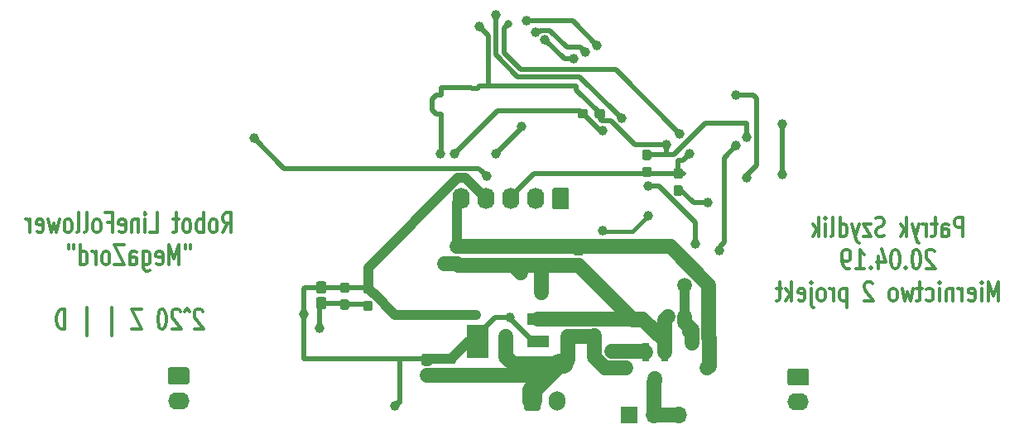
<source format=gbr>
G04 #@! TF.GenerationSoftware,KiCad,Pcbnew,5.1.1-8be2ce7~80~ubuntu18.04.1*
G04 #@! TF.CreationDate,2019-04-20T15:40:35+02:00*
G04 #@! TF.ProjectId,megazord,6d656761-7a6f-4726-942e-6b696361645f,rev?*
G04 #@! TF.SameCoordinates,Original*
G04 #@! TF.FileFunction,Copper,L2,Bot*
G04 #@! TF.FilePolarity,Positive*
%FSLAX46Y46*%
G04 Gerber Fmt 4.6, Leading zero omitted, Abs format (unit mm)*
G04 Created by KiCad (PCBNEW 5.1.1-8be2ce7~80~ubuntu18.04.1) date 2019-04-20 15:40:35*
%MOMM*%
%LPD*%
G04 APERTURE LIST*
%ADD10C,0.300000*%
%ADD11C,0.100000*%
%ADD12C,0.950000*%
%ADD13C,1.050000*%
%ADD14R,1.700000X1.700000*%
%ADD15O,1.700000X1.700000*%
%ADD16C,1.740000*%
%ADD17O,2.200000X1.740000*%
%ADD18O,1.700000X2.000000*%
%ADD19C,1.700000*%
%ADD20R,0.800000X1.900000*%
%ADD21R,2.200000X1.200000*%
%ADD22R,2.200000X3.500000*%
%ADD23O,1.740000X2.200000*%
%ADD24C,1.000000*%
%ADD25C,1.500000*%
%ADD26C,0.800000*%
%ADD27C,0.500000*%
%ADD28C,1.000000*%
%ADD29C,1.500000*%
%ADD30C,2.000000*%
%ADD31C,0.250000*%
%ADD32C,0.400000*%
G04 APERTURE END LIST*
D10*
X83235714Y-104554761D02*
X83735714Y-103602380D01*
X84092857Y-104554761D02*
X84092857Y-102554761D01*
X83521428Y-102554761D01*
X83378571Y-102650000D01*
X83307142Y-102745238D01*
X83235714Y-102935714D01*
X83235714Y-103221428D01*
X83307142Y-103411904D01*
X83378571Y-103507142D01*
X83521428Y-103602380D01*
X84092857Y-103602380D01*
X82378571Y-104554761D02*
X82521428Y-104459523D01*
X82592857Y-104364285D01*
X82664285Y-104173809D01*
X82664285Y-103602380D01*
X82592857Y-103411904D01*
X82521428Y-103316666D01*
X82378571Y-103221428D01*
X82164285Y-103221428D01*
X82021428Y-103316666D01*
X81950000Y-103411904D01*
X81878571Y-103602380D01*
X81878571Y-104173809D01*
X81950000Y-104364285D01*
X82021428Y-104459523D01*
X82164285Y-104554761D01*
X82378571Y-104554761D01*
X81235714Y-104554761D02*
X81235714Y-102554761D01*
X81235714Y-103316666D02*
X81092857Y-103221428D01*
X80807142Y-103221428D01*
X80664285Y-103316666D01*
X80592857Y-103411904D01*
X80521428Y-103602380D01*
X80521428Y-104173809D01*
X80592857Y-104364285D01*
X80664285Y-104459523D01*
X80807142Y-104554761D01*
X81092857Y-104554761D01*
X81235714Y-104459523D01*
X79664285Y-104554761D02*
X79807142Y-104459523D01*
X79878571Y-104364285D01*
X79950000Y-104173809D01*
X79950000Y-103602380D01*
X79878571Y-103411904D01*
X79807142Y-103316666D01*
X79664285Y-103221428D01*
X79450000Y-103221428D01*
X79307142Y-103316666D01*
X79235714Y-103411904D01*
X79164285Y-103602380D01*
X79164285Y-104173809D01*
X79235714Y-104364285D01*
X79307142Y-104459523D01*
X79450000Y-104554761D01*
X79664285Y-104554761D01*
X78735714Y-103221428D02*
X78164285Y-103221428D01*
X78521428Y-102554761D02*
X78521428Y-104269047D01*
X78450000Y-104459523D01*
X78307142Y-104554761D01*
X78164285Y-104554761D01*
X75807142Y-104554761D02*
X76521428Y-104554761D01*
X76521428Y-102554761D01*
X75307142Y-104554761D02*
X75307142Y-103221428D01*
X75307142Y-102554761D02*
X75378571Y-102650000D01*
X75307142Y-102745238D01*
X75235714Y-102650000D01*
X75307142Y-102554761D01*
X75307142Y-102745238D01*
X74592857Y-103221428D02*
X74592857Y-104554761D01*
X74592857Y-103411904D02*
X74521428Y-103316666D01*
X74378571Y-103221428D01*
X74164285Y-103221428D01*
X74021428Y-103316666D01*
X73950000Y-103507142D01*
X73950000Y-104554761D01*
X72664285Y-104459523D02*
X72807142Y-104554761D01*
X73092857Y-104554761D01*
X73235714Y-104459523D01*
X73307142Y-104269047D01*
X73307142Y-103507142D01*
X73235714Y-103316666D01*
X73092857Y-103221428D01*
X72807142Y-103221428D01*
X72664285Y-103316666D01*
X72592857Y-103507142D01*
X72592857Y-103697619D01*
X73307142Y-103888095D01*
X71450000Y-103507142D02*
X71950000Y-103507142D01*
X71950000Y-104554761D02*
X71950000Y-102554761D01*
X71235714Y-102554761D01*
X70450000Y-104554761D02*
X70592857Y-104459523D01*
X70664285Y-104364285D01*
X70735714Y-104173809D01*
X70735714Y-103602380D01*
X70664285Y-103411904D01*
X70592857Y-103316666D01*
X70450000Y-103221428D01*
X70235714Y-103221428D01*
X70092857Y-103316666D01*
X70021428Y-103411904D01*
X69950000Y-103602380D01*
X69950000Y-104173809D01*
X70021428Y-104364285D01*
X70092857Y-104459523D01*
X70235714Y-104554761D01*
X70450000Y-104554761D01*
X69092857Y-104554761D02*
X69235714Y-104459523D01*
X69307142Y-104269047D01*
X69307142Y-102554761D01*
X68307142Y-104554761D02*
X68450000Y-104459523D01*
X68521428Y-104269047D01*
X68521428Y-102554761D01*
X67521428Y-104554761D02*
X67664285Y-104459523D01*
X67735714Y-104364285D01*
X67807142Y-104173809D01*
X67807142Y-103602380D01*
X67735714Y-103411904D01*
X67664285Y-103316666D01*
X67521428Y-103221428D01*
X67307142Y-103221428D01*
X67164285Y-103316666D01*
X67092857Y-103411904D01*
X67021428Y-103602380D01*
X67021428Y-104173809D01*
X67092857Y-104364285D01*
X67164285Y-104459523D01*
X67307142Y-104554761D01*
X67521428Y-104554761D01*
X66521428Y-103221428D02*
X66235714Y-104554761D01*
X65950000Y-103602380D01*
X65664285Y-104554761D01*
X65378571Y-103221428D01*
X64235714Y-104459523D02*
X64378571Y-104554761D01*
X64664285Y-104554761D01*
X64807142Y-104459523D01*
X64878571Y-104269047D01*
X64878571Y-103507142D01*
X64807142Y-103316666D01*
X64664285Y-103221428D01*
X64378571Y-103221428D01*
X64235714Y-103316666D01*
X64164285Y-103507142D01*
X64164285Y-103697619D01*
X64878571Y-103888095D01*
X63521428Y-104554761D02*
X63521428Y-103221428D01*
X63521428Y-103602380D02*
X63450000Y-103411904D01*
X63378571Y-103316666D01*
X63235714Y-103221428D01*
X63092857Y-103221428D01*
X79950000Y-105854761D02*
X79950000Y-106235714D01*
X79378571Y-105854761D02*
X79378571Y-106235714D01*
X78735714Y-107854761D02*
X78735714Y-105854761D01*
X78235714Y-107283333D01*
X77735714Y-105854761D01*
X77735714Y-107854761D01*
X76450000Y-107759523D02*
X76592857Y-107854761D01*
X76878571Y-107854761D01*
X77021428Y-107759523D01*
X77092857Y-107569047D01*
X77092857Y-106807142D01*
X77021428Y-106616666D01*
X76878571Y-106521428D01*
X76592857Y-106521428D01*
X76450000Y-106616666D01*
X76378571Y-106807142D01*
X76378571Y-106997619D01*
X77092857Y-107188095D01*
X75092857Y-106521428D02*
X75092857Y-108140476D01*
X75164285Y-108330952D01*
X75235714Y-108426190D01*
X75378571Y-108521428D01*
X75592857Y-108521428D01*
X75735714Y-108426190D01*
X75092857Y-107759523D02*
X75235714Y-107854761D01*
X75521428Y-107854761D01*
X75664285Y-107759523D01*
X75735714Y-107664285D01*
X75807142Y-107473809D01*
X75807142Y-106902380D01*
X75735714Y-106711904D01*
X75664285Y-106616666D01*
X75521428Y-106521428D01*
X75235714Y-106521428D01*
X75092857Y-106616666D01*
X73735714Y-107854761D02*
X73735714Y-106807142D01*
X73807142Y-106616666D01*
X73950000Y-106521428D01*
X74235714Y-106521428D01*
X74378571Y-106616666D01*
X73735714Y-107759523D02*
X73878571Y-107854761D01*
X74235714Y-107854761D01*
X74378571Y-107759523D01*
X74450000Y-107569047D01*
X74450000Y-107378571D01*
X74378571Y-107188095D01*
X74235714Y-107092857D01*
X73878571Y-107092857D01*
X73735714Y-106997619D01*
X73164285Y-105854761D02*
X72164285Y-105854761D01*
X73164285Y-107854761D01*
X72164285Y-107854761D01*
X71378571Y-107854761D02*
X71521428Y-107759523D01*
X71592857Y-107664285D01*
X71664285Y-107473809D01*
X71664285Y-106902380D01*
X71592857Y-106711904D01*
X71521428Y-106616666D01*
X71378571Y-106521428D01*
X71164285Y-106521428D01*
X71021428Y-106616666D01*
X70950000Y-106711904D01*
X70878571Y-106902380D01*
X70878571Y-107473809D01*
X70950000Y-107664285D01*
X71021428Y-107759523D01*
X71164285Y-107854761D01*
X71378571Y-107854761D01*
X70235714Y-107854761D02*
X70235714Y-106521428D01*
X70235714Y-106902380D02*
X70164285Y-106711904D01*
X70092857Y-106616666D01*
X69950000Y-106521428D01*
X69807142Y-106521428D01*
X68664285Y-107854761D02*
X68664285Y-105854761D01*
X68664285Y-107759523D02*
X68807142Y-107854761D01*
X69092857Y-107854761D01*
X69235714Y-107759523D01*
X69307142Y-107664285D01*
X69378571Y-107473809D01*
X69378571Y-106902380D01*
X69307142Y-106711904D01*
X69235714Y-106616666D01*
X69092857Y-106521428D01*
X68807142Y-106521428D01*
X68664285Y-106616666D01*
X68021428Y-105854761D02*
X68021428Y-106235714D01*
X67450000Y-105854761D02*
X67450000Y-106235714D01*
X81164285Y-112645238D02*
X81092857Y-112550000D01*
X80950000Y-112454761D01*
X80592857Y-112454761D01*
X80450000Y-112550000D01*
X80378571Y-112645238D01*
X80307142Y-112835714D01*
X80307142Y-113026190D01*
X80378571Y-113311904D01*
X81235714Y-114454761D01*
X80307142Y-114454761D01*
X79878571Y-112645238D02*
X79592857Y-112359523D01*
X79307142Y-112645238D01*
X78878571Y-112645238D02*
X78807142Y-112550000D01*
X78664285Y-112454761D01*
X78307142Y-112454761D01*
X78164285Y-112550000D01*
X78092857Y-112645238D01*
X78021428Y-112835714D01*
X78021428Y-113026190D01*
X78092857Y-113311904D01*
X78950000Y-114454761D01*
X78021428Y-114454761D01*
X77092857Y-112454761D02*
X76950000Y-112454761D01*
X76807142Y-112550000D01*
X76735714Y-112645238D01*
X76664285Y-112835714D01*
X76592857Y-113216666D01*
X76592857Y-113692857D01*
X76664285Y-114073809D01*
X76735714Y-114264285D01*
X76807142Y-114359523D01*
X76950000Y-114454761D01*
X77092857Y-114454761D01*
X77235714Y-114359523D01*
X77307142Y-114264285D01*
X77378571Y-114073809D01*
X77450000Y-113692857D01*
X77450000Y-113216666D01*
X77378571Y-112835714D01*
X77307142Y-112645238D01*
X77235714Y-112550000D01*
X77092857Y-112454761D01*
X74950000Y-112454761D02*
X73950000Y-112454761D01*
X74950000Y-114454761D01*
X73950000Y-114454761D01*
X71878571Y-115121428D02*
X71878571Y-112264285D01*
X69307142Y-115121428D02*
X69307142Y-112264285D01*
X67092857Y-114454761D02*
X67092857Y-112454761D01*
X66735714Y-112454761D01*
X66521428Y-112550000D01*
X66378571Y-112740476D01*
X66307142Y-112930952D01*
X66235714Y-113311904D01*
X66235714Y-113597619D01*
X66307142Y-113978571D01*
X66378571Y-114169047D01*
X66521428Y-114359523D01*
X66735714Y-114454761D01*
X67092857Y-114454761D01*
X158942857Y-105004761D02*
X158942857Y-103004761D01*
X158371428Y-103004761D01*
X158228571Y-103100000D01*
X158157142Y-103195238D01*
X158085714Y-103385714D01*
X158085714Y-103671428D01*
X158157142Y-103861904D01*
X158228571Y-103957142D01*
X158371428Y-104052380D01*
X158942857Y-104052380D01*
X156800000Y-105004761D02*
X156800000Y-103957142D01*
X156871428Y-103766666D01*
X157014285Y-103671428D01*
X157300000Y-103671428D01*
X157442857Y-103766666D01*
X156800000Y-104909523D02*
X156942857Y-105004761D01*
X157300000Y-105004761D01*
X157442857Y-104909523D01*
X157514285Y-104719047D01*
X157514285Y-104528571D01*
X157442857Y-104338095D01*
X157300000Y-104242857D01*
X156942857Y-104242857D01*
X156800000Y-104147619D01*
X156300000Y-103671428D02*
X155728571Y-103671428D01*
X156085714Y-103004761D02*
X156085714Y-104719047D01*
X156014285Y-104909523D01*
X155871428Y-105004761D01*
X155728571Y-105004761D01*
X155228571Y-105004761D02*
X155228571Y-103671428D01*
X155228571Y-104052380D02*
X155157142Y-103861904D01*
X155085714Y-103766666D01*
X154942857Y-103671428D01*
X154800000Y-103671428D01*
X154442857Y-103671428D02*
X154085714Y-105004761D01*
X153728571Y-103671428D02*
X154085714Y-105004761D01*
X154228571Y-105480952D01*
X154300000Y-105576190D01*
X154442857Y-105671428D01*
X153157142Y-105004761D02*
X153157142Y-103004761D01*
X153014285Y-104242857D02*
X152585714Y-105004761D01*
X152585714Y-103671428D02*
X153157142Y-104433333D01*
X150871428Y-104909523D02*
X150657142Y-105004761D01*
X150300000Y-105004761D01*
X150157142Y-104909523D01*
X150085714Y-104814285D01*
X150014285Y-104623809D01*
X150014285Y-104433333D01*
X150085714Y-104242857D01*
X150157142Y-104147619D01*
X150300000Y-104052380D01*
X150585714Y-103957142D01*
X150728571Y-103861904D01*
X150800000Y-103766666D01*
X150871428Y-103576190D01*
X150871428Y-103385714D01*
X150800000Y-103195238D01*
X150728571Y-103100000D01*
X150585714Y-103004761D01*
X150228571Y-103004761D01*
X150014285Y-103100000D01*
X149514285Y-103671428D02*
X148728571Y-103671428D01*
X149514285Y-105004761D01*
X148728571Y-105004761D01*
X148300000Y-103671428D02*
X147942857Y-105004761D01*
X147585714Y-103671428D02*
X147942857Y-105004761D01*
X148085714Y-105480952D01*
X148157142Y-105576190D01*
X148300000Y-105671428D01*
X146371428Y-105004761D02*
X146371428Y-103004761D01*
X146371428Y-104909523D02*
X146514285Y-105004761D01*
X146800000Y-105004761D01*
X146942857Y-104909523D01*
X147014285Y-104814285D01*
X147085714Y-104623809D01*
X147085714Y-104052380D01*
X147014285Y-103861904D01*
X146942857Y-103766666D01*
X146800000Y-103671428D01*
X146514285Y-103671428D01*
X146371428Y-103766666D01*
X145442857Y-105004761D02*
X145585714Y-104909523D01*
X145657142Y-104719047D01*
X145657142Y-103004761D01*
X144871428Y-105004761D02*
X144871428Y-103671428D01*
X144871428Y-103004761D02*
X144942857Y-103100000D01*
X144871428Y-103195238D01*
X144800000Y-103100000D01*
X144871428Y-103004761D01*
X144871428Y-103195238D01*
X144157142Y-105004761D02*
X144157142Y-103004761D01*
X144014285Y-104242857D02*
X143585714Y-105004761D01*
X143585714Y-103671428D02*
X144157142Y-104433333D01*
X156014285Y-106495238D02*
X155942857Y-106400000D01*
X155800000Y-106304761D01*
X155442857Y-106304761D01*
X155300000Y-106400000D01*
X155228571Y-106495238D01*
X155157142Y-106685714D01*
X155157142Y-106876190D01*
X155228571Y-107161904D01*
X156085714Y-108304761D01*
X155157142Y-108304761D01*
X154228571Y-106304761D02*
X154085714Y-106304761D01*
X153942857Y-106400000D01*
X153871428Y-106495238D01*
X153800000Y-106685714D01*
X153728571Y-107066666D01*
X153728571Y-107542857D01*
X153800000Y-107923809D01*
X153871428Y-108114285D01*
X153942857Y-108209523D01*
X154085714Y-108304761D01*
X154228571Y-108304761D01*
X154371428Y-108209523D01*
X154442857Y-108114285D01*
X154514285Y-107923809D01*
X154585714Y-107542857D01*
X154585714Y-107066666D01*
X154514285Y-106685714D01*
X154442857Y-106495238D01*
X154371428Y-106400000D01*
X154228571Y-106304761D01*
X153085714Y-108114285D02*
X153014285Y-108209523D01*
X153085714Y-108304761D01*
X153157142Y-108209523D01*
X153085714Y-108114285D01*
X153085714Y-108304761D01*
X152085714Y-106304761D02*
X151942857Y-106304761D01*
X151800000Y-106400000D01*
X151728571Y-106495238D01*
X151657142Y-106685714D01*
X151585714Y-107066666D01*
X151585714Y-107542857D01*
X151657142Y-107923809D01*
X151728571Y-108114285D01*
X151800000Y-108209523D01*
X151942857Y-108304761D01*
X152085714Y-108304761D01*
X152228571Y-108209523D01*
X152300000Y-108114285D01*
X152371428Y-107923809D01*
X152442857Y-107542857D01*
X152442857Y-107066666D01*
X152371428Y-106685714D01*
X152300000Y-106495238D01*
X152228571Y-106400000D01*
X152085714Y-106304761D01*
X150300000Y-106971428D02*
X150300000Y-108304761D01*
X150657142Y-106209523D02*
X151014285Y-107638095D01*
X150085714Y-107638095D01*
X149514285Y-108114285D02*
X149442857Y-108209523D01*
X149514285Y-108304761D01*
X149585714Y-108209523D01*
X149514285Y-108114285D01*
X149514285Y-108304761D01*
X148014285Y-108304761D02*
X148871428Y-108304761D01*
X148442857Y-108304761D02*
X148442857Y-106304761D01*
X148585714Y-106590476D01*
X148728571Y-106780952D01*
X148871428Y-106876190D01*
X147300000Y-108304761D02*
X147014285Y-108304761D01*
X146871428Y-108209523D01*
X146800000Y-108114285D01*
X146657142Y-107828571D01*
X146585714Y-107447619D01*
X146585714Y-106685714D01*
X146657142Y-106495238D01*
X146728571Y-106400000D01*
X146871428Y-106304761D01*
X147157142Y-106304761D01*
X147300000Y-106400000D01*
X147371428Y-106495238D01*
X147442857Y-106685714D01*
X147442857Y-107161904D01*
X147371428Y-107352380D01*
X147300000Y-107447619D01*
X147157142Y-107542857D01*
X146871428Y-107542857D01*
X146728571Y-107447619D01*
X146657142Y-107352380D01*
X146585714Y-107161904D01*
X162550000Y-111604761D02*
X162550000Y-109604761D01*
X162050000Y-111033333D01*
X161550000Y-109604761D01*
X161550000Y-111604761D01*
X160835714Y-111604761D02*
X160835714Y-110271428D01*
X160835714Y-109604761D02*
X160907142Y-109700000D01*
X160835714Y-109795238D01*
X160764285Y-109700000D01*
X160835714Y-109604761D01*
X160835714Y-109795238D01*
X159550000Y-111509523D02*
X159692857Y-111604761D01*
X159978571Y-111604761D01*
X160121428Y-111509523D01*
X160192857Y-111319047D01*
X160192857Y-110557142D01*
X160121428Y-110366666D01*
X159978571Y-110271428D01*
X159692857Y-110271428D01*
X159550000Y-110366666D01*
X159478571Y-110557142D01*
X159478571Y-110747619D01*
X160192857Y-110938095D01*
X158835714Y-111604761D02*
X158835714Y-110271428D01*
X158835714Y-110652380D02*
X158764285Y-110461904D01*
X158692857Y-110366666D01*
X158550000Y-110271428D01*
X158407142Y-110271428D01*
X157907142Y-110271428D02*
X157907142Y-111604761D01*
X157907142Y-110461904D02*
X157835714Y-110366666D01*
X157692857Y-110271428D01*
X157478571Y-110271428D01*
X157335714Y-110366666D01*
X157264285Y-110557142D01*
X157264285Y-111604761D01*
X156550000Y-111604761D02*
X156550000Y-110271428D01*
X156550000Y-109604761D02*
X156621428Y-109700000D01*
X156550000Y-109795238D01*
X156478571Y-109700000D01*
X156550000Y-109604761D01*
X156550000Y-109795238D01*
X155192857Y-111509523D02*
X155335714Y-111604761D01*
X155621428Y-111604761D01*
X155764285Y-111509523D01*
X155835714Y-111414285D01*
X155907142Y-111223809D01*
X155907142Y-110652380D01*
X155835714Y-110461904D01*
X155764285Y-110366666D01*
X155621428Y-110271428D01*
X155335714Y-110271428D01*
X155192857Y-110366666D01*
X154764285Y-110271428D02*
X154192857Y-110271428D01*
X154550000Y-109604761D02*
X154550000Y-111319047D01*
X154478571Y-111509523D01*
X154335714Y-111604761D01*
X154192857Y-111604761D01*
X153835714Y-110271428D02*
X153550000Y-111604761D01*
X153264285Y-110652380D01*
X152978571Y-111604761D01*
X152692857Y-110271428D01*
X151907142Y-111604761D02*
X152050000Y-111509523D01*
X152121428Y-111414285D01*
X152192857Y-111223809D01*
X152192857Y-110652380D01*
X152121428Y-110461904D01*
X152050000Y-110366666D01*
X151907142Y-110271428D01*
X151692857Y-110271428D01*
X151550000Y-110366666D01*
X151478571Y-110461904D01*
X151407142Y-110652380D01*
X151407142Y-111223809D01*
X151478571Y-111414285D01*
X151550000Y-111509523D01*
X151692857Y-111604761D01*
X151907142Y-111604761D01*
X149692857Y-109795238D02*
X149621428Y-109700000D01*
X149478571Y-109604761D01*
X149121428Y-109604761D01*
X148978571Y-109700000D01*
X148907142Y-109795238D01*
X148835714Y-109985714D01*
X148835714Y-110176190D01*
X148907142Y-110461904D01*
X149764285Y-111604761D01*
X148835714Y-111604761D01*
X147050000Y-110271428D02*
X147050000Y-112271428D01*
X147050000Y-110366666D02*
X146907142Y-110271428D01*
X146621428Y-110271428D01*
X146478571Y-110366666D01*
X146407142Y-110461904D01*
X146335714Y-110652380D01*
X146335714Y-111223809D01*
X146407142Y-111414285D01*
X146478571Y-111509523D01*
X146621428Y-111604761D01*
X146907142Y-111604761D01*
X147050000Y-111509523D01*
X145692857Y-111604761D02*
X145692857Y-110271428D01*
X145692857Y-110652380D02*
X145621428Y-110461904D01*
X145550000Y-110366666D01*
X145407142Y-110271428D01*
X145264285Y-110271428D01*
X144550000Y-111604761D02*
X144692857Y-111509523D01*
X144764285Y-111414285D01*
X144835714Y-111223809D01*
X144835714Y-110652380D01*
X144764285Y-110461904D01*
X144692857Y-110366666D01*
X144550000Y-110271428D01*
X144335714Y-110271428D01*
X144192857Y-110366666D01*
X144121428Y-110461904D01*
X144050000Y-110652380D01*
X144050000Y-111223809D01*
X144121428Y-111414285D01*
X144192857Y-111509523D01*
X144335714Y-111604761D01*
X144550000Y-111604761D01*
X143407142Y-110271428D02*
X143407142Y-111985714D01*
X143478571Y-112176190D01*
X143621428Y-112271428D01*
X143692857Y-112271428D01*
X143407142Y-109604761D02*
X143478571Y-109700000D01*
X143407142Y-109795238D01*
X143335714Y-109700000D01*
X143407142Y-109604761D01*
X143407142Y-109795238D01*
X142121428Y-111509523D02*
X142264285Y-111604761D01*
X142550000Y-111604761D01*
X142692857Y-111509523D01*
X142764285Y-111319047D01*
X142764285Y-110557142D01*
X142692857Y-110366666D01*
X142550000Y-110271428D01*
X142264285Y-110271428D01*
X142121428Y-110366666D01*
X142050000Y-110557142D01*
X142050000Y-110747619D01*
X142764285Y-110938095D01*
X141407142Y-111604761D02*
X141407142Y-109604761D01*
X141264285Y-110842857D02*
X140835714Y-111604761D01*
X140835714Y-110271428D02*
X141407142Y-111033333D01*
X140407142Y-110271428D02*
X139835714Y-110271428D01*
X140192857Y-109604761D02*
X140192857Y-111319047D01*
X140121428Y-111509523D01*
X139978571Y-111604761D01*
X139835714Y-111604761D01*
D11*
G36*
X95960779Y-109676144D02*
G01*
X95983834Y-109679563D01*
X96006443Y-109685227D01*
X96028387Y-109693079D01*
X96049457Y-109703044D01*
X96069448Y-109715026D01*
X96088168Y-109728910D01*
X96105438Y-109744562D01*
X96121090Y-109761832D01*
X96134974Y-109780552D01*
X96146956Y-109800543D01*
X96156921Y-109821613D01*
X96164773Y-109843557D01*
X96170437Y-109866166D01*
X96173856Y-109889221D01*
X96175000Y-109912500D01*
X96175000Y-110487500D01*
X96173856Y-110510779D01*
X96170437Y-110533834D01*
X96164773Y-110556443D01*
X96156921Y-110578387D01*
X96146956Y-110599457D01*
X96134974Y-110619448D01*
X96121090Y-110638168D01*
X96105438Y-110655438D01*
X96088168Y-110671090D01*
X96069448Y-110684974D01*
X96049457Y-110696956D01*
X96028387Y-110706921D01*
X96006443Y-110714773D01*
X95983834Y-110720437D01*
X95960779Y-110723856D01*
X95937500Y-110725000D01*
X95462500Y-110725000D01*
X95439221Y-110723856D01*
X95416166Y-110720437D01*
X95393557Y-110714773D01*
X95371613Y-110706921D01*
X95350543Y-110696956D01*
X95330552Y-110684974D01*
X95311832Y-110671090D01*
X95294562Y-110655438D01*
X95278910Y-110638168D01*
X95265026Y-110619448D01*
X95253044Y-110599457D01*
X95243079Y-110578387D01*
X95235227Y-110556443D01*
X95229563Y-110533834D01*
X95226144Y-110510779D01*
X95225000Y-110487500D01*
X95225000Y-109912500D01*
X95226144Y-109889221D01*
X95229563Y-109866166D01*
X95235227Y-109843557D01*
X95243079Y-109821613D01*
X95253044Y-109800543D01*
X95265026Y-109780552D01*
X95278910Y-109761832D01*
X95294562Y-109744562D01*
X95311832Y-109728910D01*
X95330552Y-109715026D01*
X95350543Y-109703044D01*
X95371613Y-109693079D01*
X95393557Y-109685227D01*
X95416166Y-109679563D01*
X95439221Y-109676144D01*
X95462500Y-109675000D01*
X95937500Y-109675000D01*
X95960779Y-109676144D01*
X95960779Y-109676144D01*
G37*
D12*
X95700000Y-110200000D03*
D11*
G36*
X95960779Y-111426144D02*
G01*
X95983834Y-111429563D01*
X96006443Y-111435227D01*
X96028387Y-111443079D01*
X96049457Y-111453044D01*
X96069448Y-111465026D01*
X96088168Y-111478910D01*
X96105438Y-111494562D01*
X96121090Y-111511832D01*
X96134974Y-111530552D01*
X96146956Y-111550543D01*
X96156921Y-111571613D01*
X96164773Y-111593557D01*
X96170437Y-111616166D01*
X96173856Y-111639221D01*
X96175000Y-111662500D01*
X96175000Y-112237500D01*
X96173856Y-112260779D01*
X96170437Y-112283834D01*
X96164773Y-112306443D01*
X96156921Y-112328387D01*
X96146956Y-112349457D01*
X96134974Y-112369448D01*
X96121090Y-112388168D01*
X96105438Y-112405438D01*
X96088168Y-112421090D01*
X96069448Y-112434974D01*
X96049457Y-112446956D01*
X96028387Y-112456921D01*
X96006443Y-112464773D01*
X95983834Y-112470437D01*
X95960779Y-112473856D01*
X95937500Y-112475000D01*
X95462500Y-112475000D01*
X95439221Y-112473856D01*
X95416166Y-112470437D01*
X95393557Y-112464773D01*
X95371613Y-112456921D01*
X95350543Y-112446956D01*
X95330552Y-112434974D01*
X95311832Y-112421090D01*
X95294562Y-112405438D01*
X95278910Y-112388168D01*
X95265026Y-112369448D01*
X95253044Y-112349457D01*
X95243079Y-112328387D01*
X95235227Y-112306443D01*
X95229563Y-112283834D01*
X95226144Y-112260779D01*
X95225000Y-112237500D01*
X95225000Y-111662500D01*
X95226144Y-111639221D01*
X95229563Y-111616166D01*
X95235227Y-111593557D01*
X95243079Y-111571613D01*
X95253044Y-111550543D01*
X95265026Y-111530552D01*
X95278910Y-111511832D01*
X95294562Y-111494562D01*
X95311832Y-111478910D01*
X95330552Y-111465026D01*
X95350543Y-111453044D01*
X95371613Y-111443079D01*
X95393557Y-111435227D01*
X95416166Y-111429563D01*
X95439221Y-111426144D01*
X95462500Y-111425000D01*
X95937500Y-111425000D01*
X95960779Y-111426144D01*
X95960779Y-111426144D01*
G37*
D12*
X95700000Y-111950000D03*
D11*
G36*
X126860779Y-97851144D02*
G01*
X126883834Y-97854563D01*
X126906443Y-97860227D01*
X126928387Y-97868079D01*
X126949457Y-97878044D01*
X126969448Y-97890026D01*
X126988168Y-97903910D01*
X127005438Y-97919562D01*
X127021090Y-97936832D01*
X127034974Y-97955552D01*
X127046956Y-97975543D01*
X127056921Y-97996613D01*
X127064773Y-98018557D01*
X127070437Y-98041166D01*
X127073856Y-98064221D01*
X127075000Y-98087500D01*
X127075000Y-98662500D01*
X127073856Y-98685779D01*
X127070437Y-98708834D01*
X127064773Y-98731443D01*
X127056921Y-98753387D01*
X127046956Y-98774457D01*
X127034974Y-98794448D01*
X127021090Y-98813168D01*
X127005438Y-98830438D01*
X126988168Y-98846090D01*
X126969448Y-98859974D01*
X126949457Y-98871956D01*
X126928387Y-98881921D01*
X126906443Y-98889773D01*
X126883834Y-98895437D01*
X126860779Y-98898856D01*
X126837500Y-98900000D01*
X126362500Y-98900000D01*
X126339221Y-98898856D01*
X126316166Y-98895437D01*
X126293557Y-98889773D01*
X126271613Y-98881921D01*
X126250543Y-98871956D01*
X126230552Y-98859974D01*
X126211832Y-98846090D01*
X126194562Y-98830438D01*
X126178910Y-98813168D01*
X126165026Y-98794448D01*
X126153044Y-98774457D01*
X126143079Y-98753387D01*
X126135227Y-98731443D01*
X126129563Y-98708834D01*
X126126144Y-98685779D01*
X126125000Y-98662500D01*
X126125000Y-98087500D01*
X126126144Y-98064221D01*
X126129563Y-98041166D01*
X126135227Y-98018557D01*
X126143079Y-97996613D01*
X126153044Y-97975543D01*
X126165026Y-97955552D01*
X126178910Y-97936832D01*
X126194562Y-97919562D01*
X126211832Y-97903910D01*
X126230552Y-97890026D01*
X126250543Y-97878044D01*
X126271613Y-97868079D01*
X126293557Y-97860227D01*
X126316166Y-97854563D01*
X126339221Y-97851144D01*
X126362500Y-97850000D01*
X126837500Y-97850000D01*
X126860779Y-97851144D01*
X126860779Y-97851144D01*
G37*
D12*
X126600000Y-98375000D03*
D11*
G36*
X126860779Y-96101144D02*
G01*
X126883834Y-96104563D01*
X126906443Y-96110227D01*
X126928387Y-96118079D01*
X126949457Y-96128044D01*
X126969448Y-96140026D01*
X126988168Y-96153910D01*
X127005438Y-96169562D01*
X127021090Y-96186832D01*
X127034974Y-96205552D01*
X127046956Y-96225543D01*
X127056921Y-96246613D01*
X127064773Y-96268557D01*
X127070437Y-96291166D01*
X127073856Y-96314221D01*
X127075000Y-96337500D01*
X127075000Y-96912500D01*
X127073856Y-96935779D01*
X127070437Y-96958834D01*
X127064773Y-96981443D01*
X127056921Y-97003387D01*
X127046956Y-97024457D01*
X127034974Y-97044448D01*
X127021090Y-97063168D01*
X127005438Y-97080438D01*
X126988168Y-97096090D01*
X126969448Y-97109974D01*
X126949457Y-97121956D01*
X126928387Y-97131921D01*
X126906443Y-97139773D01*
X126883834Y-97145437D01*
X126860779Y-97148856D01*
X126837500Y-97150000D01*
X126362500Y-97150000D01*
X126339221Y-97148856D01*
X126316166Y-97145437D01*
X126293557Y-97139773D01*
X126271613Y-97131921D01*
X126250543Y-97121956D01*
X126230552Y-97109974D01*
X126211832Y-97096090D01*
X126194562Y-97080438D01*
X126178910Y-97063168D01*
X126165026Y-97044448D01*
X126153044Y-97024457D01*
X126143079Y-97003387D01*
X126135227Y-96981443D01*
X126129563Y-96958834D01*
X126126144Y-96935779D01*
X126125000Y-96912500D01*
X126125000Y-96337500D01*
X126126144Y-96314221D01*
X126129563Y-96291166D01*
X126135227Y-96268557D01*
X126143079Y-96246613D01*
X126153044Y-96225543D01*
X126165026Y-96205552D01*
X126178910Y-96186832D01*
X126194562Y-96169562D01*
X126211832Y-96153910D01*
X126230552Y-96140026D01*
X126250543Y-96128044D01*
X126271613Y-96118079D01*
X126293557Y-96110227D01*
X126316166Y-96104563D01*
X126339221Y-96101144D01*
X126362500Y-96100000D01*
X126837500Y-96100000D01*
X126860779Y-96101144D01*
X126860779Y-96101144D01*
G37*
D12*
X126600000Y-96625000D03*
D11*
G36*
X98360779Y-111551144D02*
G01*
X98383834Y-111554563D01*
X98406443Y-111560227D01*
X98428387Y-111568079D01*
X98449457Y-111578044D01*
X98469448Y-111590026D01*
X98488168Y-111603910D01*
X98505438Y-111619562D01*
X98521090Y-111636832D01*
X98534974Y-111655552D01*
X98546956Y-111675543D01*
X98556921Y-111696613D01*
X98564773Y-111718557D01*
X98570437Y-111741166D01*
X98573856Y-111764221D01*
X98575000Y-111787500D01*
X98575000Y-112362500D01*
X98573856Y-112385779D01*
X98570437Y-112408834D01*
X98564773Y-112431443D01*
X98556921Y-112453387D01*
X98546956Y-112474457D01*
X98534974Y-112494448D01*
X98521090Y-112513168D01*
X98505438Y-112530438D01*
X98488168Y-112546090D01*
X98469448Y-112559974D01*
X98449457Y-112571956D01*
X98428387Y-112581921D01*
X98406443Y-112589773D01*
X98383834Y-112595437D01*
X98360779Y-112598856D01*
X98337500Y-112600000D01*
X97862500Y-112600000D01*
X97839221Y-112598856D01*
X97816166Y-112595437D01*
X97793557Y-112589773D01*
X97771613Y-112581921D01*
X97750543Y-112571956D01*
X97730552Y-112559974D01*
X97711832Y-112546090D01*
X97694562Y-112530438D01*
X97678910Y-112513168D01*
X97665026Y-112494448D01*
X97653044Y-112474457D01*
X97643079Y-112453387D01*
X97635227Y-112431443D01*
X97629563Y-112408834D01*
X97626144Y-112385779D01*
X97625000Y-112362500D01*
X97625000Y-111787500D01*
X97626144Y-111764221D01*
X97629563Y-111741166D01*
X97635227Y-111718557D01*
X97643079Y-111696613D01*
X97653044Y-111675543D01*
X97665026Y-111655552D01*
X97678910Y-111636832D01*
X97694562Y-111619562D01*
X97711832Y-111603910D01*
X97730552Y-111590026D01*
X97750543Y-111578044D01*
X97771613Y-111568079D01*
X97793557Y-111560227D01*
X97816166Y-111554563D01*
X97839221Y-111551144D01*
X97862500Y-111550000D01*
X98337500Y-111550000D01*
X98360779Y-111551144D01*
X98360779Y-111551144D01*
G37*
D12*
X98100000Y-112075000D03*
D11*
G36*
X98360779Y-109801144D02*
G01*
X98383834Y-109804563D01*
X98406443Y-109810227D01*
X98428387Y-109818079D01*
X98449457Y-109828044D01*
X98469448Y-109840026D01*
X98488168Y-109853910D01*
X98505438Y-109869562D01*
X98521090Y-109886832D01*
X98534974Y-109905552D01*
X98546956Y-109925543D01*
X98556921Y-109946613D01*
X98564773Y-109968557D01*
X98570437Y-109991166D01*
X98573856Y-110014221D01*
X98575000Y-110037500D01*
X98575000Y-110612500D01*
X98573856Y-110635779D01*
X98570437Y-110658834D01*
X98564773Y-110681443D01*
X98556921Y-110703387D01*
X98546956Y-110724457D01*
X98534974Y-110744448D01*
X98521090Y-110763168D01*
X98505438Y-110780438D01*
X98488168Y-110796090D01*
X98469448Y-110809974D01*
X98449457Y-110821956D01*
X98428387Y-110831921D01*
X98406443Y-110839773D01*
X98383834Y-110845437D01*
X98360779Y-110848856D01*
X98337500Y-110850000D01*
X97862500Y-110850000D01*
X97839221Y-110848856D01*
X97816166Y-110845437D01*
X97793557Y-110839773D01*
X97771613Y-110831921D01*
X97750543Y-110821956D01*
X97730552Y-110809974D01*
X97711832Y-110796090D01*
X97694562Y-110780438D01*
X97678910Y-110763168D01*
X97665026Y-110744448D01*
X97653044Y-110724457D01*
X97643079Y-110703387D01*
X97635227Y-110681443D01*
X97629563Y-110658834D01*
X97626144Y-110635779D01*
X97625000Y-110612500D01*
X97625000Y-110037500D01*
X97626144Y-110014221D01*
X97629563Y-109991166D01*
X97635227Y-109968557D01*
X97643079Y-109946613D01*
X97653044Y-109925543D01*
X97665026Y-109905552D01*
X97678910Y-109886832D01*
X97694562Y-109869562D01*
X97711832Y-109853910D01*
X97730552Y-109840026D01*
X97750543Y-109828044D01*
X97771613Y-109818079D01*
X97793557Y-109810227D01*
X97816166Y-109804563D01*
X97839221Y-109801144D01*
X97862500Y-109800000D01*
X98337500Y-109800000D01*
X98360779Y-109801144D01*
X98360779Y-109801144D01*
G37*
D12*
X98100000Y-110325000D03*
D11*
G36*
X104399505Y-118576204D02*
G01*
X104423773Y-118579804D01*
X104447572Y-118585765D01*
X104470671Y-118594030D01*
X104492850Y-118604520D01*
X104513893Y-118617132D01*
X104533599Y-118631747D01*
X104551777Y-118648223D01*
X104568253Y-118666401D01*
X104582868Y-118686107D01*
X104595480Y-118707150D01*
X104605970Y-118729329D01*
X104614235Y-118752428D01*
X104620196Y-118776227D01*
X104623796Y-118800495D01*
X104625000Y-118824999D01*
X104625000Y-119575001D01*
X104623796Y-119599505D01*
X104620196Y-119623773D01*
X104614235Y-119647572D01*
X104605970Y-119670671D01*
X104595480Y-119692850D01*
X104582868Y-119713893D01*
X104568253Y-119733599D01*
X104551777Y-119751777D01*
X104533599Y-119768253D01*
X104513893Y-119782868D01*
X104492850Y-119795480D01*
X104470671Y-119805970D01*
X104447572Y-119814235D01*
X104423773Y-119820196D01*
X104399505Y-119823796D01*
X104375001Y-119825000D01*
X103824999Y-119825000D01*
X103800495Y-119823796D01*
X103776227Y-119820196D01*
X103752428Y-119814235D01*
X103729329Y-119805970D01*
X103707150Y-119795480D01*
X103686107Y-119782868D01*
X103666401Y-119768253D01*
X103648223Y-119751777D01*
X103631747Y-119733599D01*
X103617132Y-119713893D01*
X103604520Y-119692850D01*
X103594030Y-119670671D01*
X103585765Y-119647572D01*
X103579804Y-119623773D01*
X103576204Y-119599505D01*
X103575000Y-119575001D01*
X103575000Y-118824999D01*
X103576204Y-118800495D01*
X103579804Y-118776227D01*
X103585765Y-118752428D01*
X103594030Y-118729329D01*
X103604520Y-118707150D01*
X103617132Y-118686107D01*
X103631747Y-118666401D01*
X103648223Y-118648223D01*
X103666401Y-118631747D01*
X103686107Y-118617132D01*
X103707150Y-118604520D01*
X103729329Y-118594030D01*
X103752428Y-118585765D01*
X103776227Y-118579804D01*
X103800495Y-118576204D01*
X103824999Y-118575000D01*
X104375001Y-118575000D01*
X104399505Y-118576204D01*
X104399505Y-118576204D01*
G37*
D13*
X104100000Y-119200000D03*
D11*
G36*
X104399505Y-116976204D02*
G01*
X104423773Y-116979804D01*
X104447572Y-116985765D01*
X104470671Y-116994030D01*
X104492850Y-117004520D01*
X104513893Y-117017132D01*
X104533599Y-117031747D01*
X104551777Y-117048223D01*
X104568253Y-117066401D01*
X104582868Y-117086107D01*
X104595480Y-117107150D01*
X104605970Y-117129329D01*
X104614235Y-117152428D01*
X104620196Y-117176227D01*
X104623796Y-117200495D01*
X104625000Y-117224999D01*
X104625000Y-117975001D01*
X104623796Y-117999505D01*
X104620196Y-118023773D01*
X104614235Y-118047572D01*
X104605970Y-118070671D01*
X104595480Y-118092850D01*
X104582868Y-118113893D01*
X104568253Y-118133599D01*
X104551777Y-118151777D01*
X104533599Y-118168253D01*
X104513893Y-118182868D01*
X104492850Y-118195480D01*
X104470671Y-118205970D01*
X104447572Y-118214235D01*
X104423773Y-118220196D01*
X104399505Y-118223796D01*
X104375001Y-118225000D01*
X103824999Y-118225000D01*
X103800495Y-118223796D01*
X103776227Y-118220196D01*
X103752428Y-118214235D01*
X103729329Y-118205970D01*
X103707150Y-118195480D01*
X103686107Y-118182868D01*
X103666401Y-118168253D01*
X103648223Y-118151777D01*
X103631747Y-118133599D01*
X103617132Y-118113893D01*
X103604520Y-118092850D01*
X103594030Y-118070671D01*
X103585765Y-118047572D01*
X103579804Y-118023773D01*
X103576204Y-117999505D01*
X103575000Y-117975001D01*
X103575000Y-117224999D01*
X103576204Y-117200495D01*
X103579804Y-117176227D01*
X103585765Y-117152428D01*
X103594030Y-117129329D01*
X103604520Y-117107150D01*
X103617132Y-117086107D01*
X103631747Y-117066401D01*
X103648223Y-117048223D01*
X103666401Y-117031747D01*
X103686107Y-117017132D01*
X103707150Y-117004520D01*
X103729329Y-116994030D01*
X103752428Y-116985765D01*
X103776227Y-116979804D01*
X103800495Y-116976204D01*
X103824999Y-116975000D01*
X104375001Y-116975000D01*
X104399505Y-116976204D01*
X104399505Y-116976204D01*
G37*
D13*
X104100000Y-117600000D03*
D11*
G36*
X131535779Y-115526144D02*
G01*
X131558834Y-115529563D01*
X131581443Y-115535227D01*
X131603387Y-115543079D01*
X131624457Y-115553044D01*
X131644448Y-115565026D01*
X131663168Y-115578910D01*
X131680438Y-115594562D01*
X131696090Y-115611832D01*
X131709974Y-115630552D01*
X131721956Y-115650543D01*
X131731921Y-115671613D01*
X131739773Y-115693557D01*
X131745437Y-115716166D01*
X131748856Y-115739221D01*
X131750000Y-115762500D01*
X131750000Y-116237500D01*
X131748856Y-116260779D01*
X131745437Y-116283834D01*
X131739773Y-116306443D01*
X131731921Y-116328387D01*
X131721956Y-116349457D01*
X131709974Y-116369448D01*
X131696090Y-116388168D01*
X131680438Y-116405438D01*
X131663168Y-116421090D01*
X131644448Y-116434974D01*
X131624457Y-116446956D01*
X131603387Y-116456921D01*
X131581443Y-116464773D01*
X131558834Y-116470437D01*
X131535779Y-116473856D01*
X131512500Y-116475000D01*
X130937500Y-116475000D01*
X130914221Y-116473856D01*
X130891166Y-116470437D01*
X130868557Y-116464773D01*
X130846613Y-116456921D01*
X130825543Y-116446956D01*
X130805552Y-116434974D01*
X130786832Y-116421090D01*
X130769562Y-116405438D01*
X130753910Y-116388168D01*
X130740026Y-116369448D01*
X130728044Y-116349457D01*
X130718079Y-116328387D01*
X130710227Y-116306443D01*
X130704563Y-116283834D01*
X130701144Y-116260779D01*
X130700000Y-116237500D01*
X130700000Y-115762500D01*
X130701144Y-115739221D01*
X130704563Y-115716166D01*
X130710227Y-115693557D01*
X130718079Y-115671613D01*
X130728044Y-115650543D01*
X130740026Y-115630552D01*
X130753910Y-115611832D01*
X130769562Y-115594562D01*
X130786832Y-115578910D01*
X130805552Y-115565026D01*
X130825543Y-115553044D01*
X130846613Y-115543079D01*
X130868557Y-115535227D01*
X130891166Y-115529563D01*
X130914221Y-115526144D01*
X130937500Y-115525000D01*
X131512500Y-115525000D01*
X131535779Y-115526144D01*
X131535779Y-115526144D01*
G37*
D12*
X131225000Y-116000000D03*
D11*
G36*
X133285779Y-115526144D02*
G01*
X133308834Y-115529563D01*
X133331443Y-115535227D01*
X133353387Y-115543079D01*
X133374457Y-115553044D01*
X133394448Y-115565026D01*
X133413168Y-115578910D01*
X133430438Y-115594562D01*
X133446090Y-115611832D01*
X133459974Y-115630552D01*
X133471956Y-115650543D01*
X133481921Y-115671613D01*
X133489773Y-115693557D01*
X133495437Y-115716166D01*
X133498856Y-115739221D01*
X133500000Y-115762500D01*
X133500000Y-116237500D01*
X133498856Y-116260779D01*
X133495437Y-116283834D01*
X133489773Y-116306443D01*
X133481921Y-116328387D01*
X133471956Y-116349457D01*
X133459974Y-116369448D01*
X133446090Y-116388168D01*
X133430438Y-116405438D01*
X133413168Y-116421090D01*
X133394448Y-116434974D01*
X133374457Y-116446956D01*
X133353387Y-116456921D01*
X133331443Y-116464773D01*
X133308834Y-116470437D01*
X133285779Y-116473856D01*
X133262500Y-116475000D01*
X132687500Y-116475000D01*
X132664221Y-116473856D01*
X132641166Y-116470437D01*
X132618557Y-116464773D01*
X132596613Y-116456921D01*
X132575543Y-116446956D01*
X132555552Y-116434974D01*
X132536832Y-116421090D01*
X132519562Y-116405438D01*
X132503910Y-116388168D01*
X132490026Y-116369448D01*
X132478044Y-116349457D01*
X132468079Y-116328387D01*
X132460227Y-116306443D01*
X132454563Y-116283834D01*
X132451144Y-116260779D01*
X132450000Y-116237500D01*
X132450000Y-115762500D01*
X132451144Y-115739221D01*
X132454563Y-115716166D01*
X132460227Y-115693557D01*
X132468079Y-115671613D01*
X132478044Y-115650543D01*
X132490026Y-115630552D01*
X132503910Y-115611832D01*
X132519562Y-115594562D01*
X132536832Y-115578910D01*
X132555552Y-115565026D01*
X132575543Y-115553044D01*
X132596613Y-115543079D01*
X132618557Y-115535227D01*
X132641166Y-115529563D01*
X132664221Y-115526144D01*
X132687500Y-115525000D01*
X133262500Y-115525000D01*
X133285779Y-115526144D01*
X133285779Y-115526144D01*
G37*
D12*
X132975000Y-116000000D03*
D11*
G36*
X121499505Y-112876204D02*
G01*
X121523773Y-112879804D01*
X121547572Y-112885765D01*
X121570671Y-112894030D01*
X121592850Y-112904520D01*
X121613893Y-112917132D01*
X121633599Y-112931747D01*
X121651777Y-112948223D01*
X121668253Y-112966401D01*
X121682868Y-112986107D01*
X121695480Y-113007150D01*
X121705970Y-113029329D01*
X121714235Y-113052428D01*
X121720196Y-113076227D01*
X121723796Y-113100495D01*
X121725000Y-113124999D01*
X121725000Y-113875001D01*
X121723796Y-113899505D01*
X121720196Y-113923773D01*
X121714235Y-113947572D01*
X121705970Y-113970671D01*
X121695480Y-113992850D01*
X121682868Y-114013893D01*
X121668253Y-114033599D01*
X121651777Y-114051777D01*
X121633599Y-114068253D01*
X121613893Y-114082868D01*
X121592850Y-114095480D01*
X121570671Y-114105970D01*
X121547572Y-114114235D01*
X121523773Y-114120196D01*
X121499505Y-114123796D01*
X121475001Y-114125000D01*
X120924999Y-114125000D01*
X120900495Y-114123796D01*
X120876227Y-114120196D01*
X120852428Y-114114235D01*
X120829329Y-114105970D01*
X120807150Y-114095480D01*
X120786107Y-114082868D01*
X120766401Y-114068253D01*
X120748223Y-114051777D01*
X120731747Y-114033599D01*
X120717132Y-114013893D01*
X120704520Y-113992850D01*
X120694030Y-113970671D01*
X120685765Y-113947572D01*
X120679804Y-113923773D01*
X120676204Y-113899505D01*
X120675000Y-113875001D01*
X120675000Y-113124999D01*
X120676204Y-113100495D01*
X120679804Y-113076227D01*
X120685765Y-113052428D01*
X120694030Y-113029329D01*
X120704520Y-113007150D01*
X120717132Y-112986107D01*
X120731747Y-112966401D01*
X120748223Y-112948223D01*
X120766401Y-112931747D01*
X120786107Y-112917132D01*
X120807150Y-112904520D01*
X120829329Y-112894030D01*
X120852428Y-112885765D01*
X120876227Y-112879804D01*
X120900495Y-112876204D01*
X120924999Y-112875000D01*
X121475001Y-112875000D01*
X121499505Y-112876204D01*
X121499505Y-112876204D01*
G37*
D13*
X121200000Y-113500000D03*
D11*
G36*
X121499505Y-114476204D02*
G01*
X121523773Y-114479804D01*
X121547572Y-114485765D01*
X121570671Y-114494030D01*
X121592850Y-114504520D01*
X121613893Y-114517132D01*
X121633599Y-114531747D01*
X121651777Y-114548223D01*
X121668253Y-114566401D01*
X121682868Y-114586107D01*
X121695480Y-114607150D01*
X121705970Y-114629329D01*
X121714235Y-114652428D01*
X121720196Y-114676227D01*
X121723796Y-114700495D01*
X121725000Y-114724999D01*
X121725000Y-115475001D01*
X121723796Y-115499505D01*
X121720196Y-115523773D01*
X121714235Y-115547572D01*
X121705970Y-115570671D01*
X121695480Y-115592850D01*
X121682868Y-115613893D01*
X121668253Y-115633599D01*
X121651777Y-115651777D01*
X121633599Y-115668253D01*
X121613893Y-115682868D01*
X121592850Y-115695480D01*
X121570671Y-115705970D01*
X121547572Y-115714235D01*
X121523773Y-115720196D01*
X121499505Y-115723796D01*
X121475001Y-115725000D01*
X120924999Y-115725000D01*
X120900495Y-115723796D01*
X120876227Y-115720196D01*
X120852428Y-115714235D01*
X120829329Y-115705970D01*
X120807150Y-115695480D01*
X120786107Y-115682868D01*
X120766401Y-115668253D01*
X120748223Y-115651777D01*
X120731747Y-115633599D01*
X120717132Y-115613893D01*
X120704520Y-115592850D01*
X120694030Y-115570671D01*
X120685765Y-115547572D01*
X120679804Y-115523773D01*
X120676204Y-115499505D01*
X120675000Y-115475001D01*
X120675000Y-114724999D01*
X120676204Y-114700495D01*
X120679804Y-114676227D01*
X120685765Y-114652428D01*
X120694030Y-114629329D01*
X120704520Y-114607150D01*
X120717132Y-114586107D01*
X120731747Y-114566401D01*
X120748223Y-114548223D01*
X120766401Y-114531747D01*
X120786107Y-114517132D01*
X120807150Y-114504520D01*
X120829329Y-114494030D01*
X120852428Y-114485765D01*
X120876227Y-114479804D01*
X120900495Y-114476204D01*
X120924999Y-114475000D01*
X121475001Y-114475000D01*
X121499505Y-114476204D01*
X121499505Y-114476204D01*
G37*
D13*
X121200000Y-115100000D03*
D11*
G36*
X130060779Y-98001144D02*
G01*
X130083834Y-98004563D01*
X130106443Y-98010227D01*
X130128387Y-98018079D01*
X130149457Y-98028044D01*
X130169448Y-98040026D01*
X130188168Y-98053910D01*
X130205438Y-98069562D01*
X130221090Y-98086832D01*
X130234974Y-98105552D01*
X130246956Y-98125543D01*
X130256921Y-98146613D01*
X130264773Y-98168557D01*
X130270437Y-98191166D01*
X130273856Y-98214221D01*
X130275000Y-98237500D01*
X130275000Y-98812500D01*
X130273856Y-98835779D01*
X130270437Y-98858834D01*
X130264773Y-98881443D01*
X130256921Y-98903387D01*
X130246956Y-98924457D01*
X130234974Y-98944448D01*
X130221090Y-98963168D01*
X130205438Y-98980438D01*
X130188168Y-98996090D01*
X130169448Y-99009974D01*
X130149457Y-99021956D01*
X130128387Y-99031921D01*
X130106443Y-99039773D01*
X130083834Y-99045437D01*
X130060779Y-99048856D01*
X130037500Y-99050000D01*
X129562500Y-99050000D01*
X129539221Y-99048856D01*
X129516166Y-99045437D01*
X129493557Y-99039773D01*
X129471613Y-99031921D01*
X129450543Y-99021956D01*
X129430552Y-99009974D01*
X129411832Y-98996090D01*
X129394562Y-98980438D01*
X129378910Y-98963168D01*
X129365026Y-98944448D01*
X129353044Y-98924457D01*
X129343079Y-98903387D01*
X129335227Y-98881443D01*
X129329563Y-98858834D01*
X129326144Y-98835779D01*
X129325000Y-98812500D01*
X129325000Y-98237500D01*
X129326144Y-98214221D01*
X129329563Y-98191166D01*
X129335227Y-98168557D01*
X129343079Y-98146613D01*
X129353044Y-98125543D01*
X129365026Y-98105552D01*
X129378910Y-98086832D01*
X129394562Y-98069562D01*
X129411832Y-98053910D01*
X129430552Y-98040026D01*
X129450543Y-98028044D01*
X129471613Y-98018079D01*
X129493557Y-98010227D01*
X129516166Y-98004563D01*
X129539221Y-98001144D01*
X129562500Y-98000000D01*
X130037500Y-98000000D01*
X130060779Y-98001144D01*
X130060779Y-98001144D01*
G37*
D12*
X129800000Y-98525000D03*
D11*
G36*
X130060779Y-99751144D02*
G01*
X130083834Y-99754563D01*
X130106443Y-99760227D01*
X130128387Y-99768079D01*
X130149457Y-99778044D01*
X130169448Y-99790026D01*
X130188168Y-99803910D01*
X130205438Y-99819562D01*
X130221090Y-99836832D01*
X130234974Y-99855552D01*
X130246956Y-99875543D01*
X130256921Y-99896613D01*
X130264773Y-99918557D01*
X130270437Y-99941166D01*
X130273856Y-99964221D01*
X130275000Y-99987500D01*
X130275000Y-100562500D01*
X130273856Y-100585779D01*
X130270437Y-100608834D01*
X130264773Y-100631443D01*
X130256921Y-100653387D01*
X130246956Y-100674457D01*
X130234974Y-100694448D01*
X130221090Y-100713168D01*
X130205438Y-100730438D01*
X130188168Y-100746090D01*
X130169448Y-100759974D01*
X130149457Y-100771956D01*
X130128387Y-100781921D01*
X130106443Y-100789773D01*
X130083834Y-100795437D01*
X130060779Y-100798856D01*
X130037500Y-100800000D01*
X129562500Y-100800000D01*
X129539221Y-100798856D01*
X129516166Y-100795437D01*
X129493557Y-100789773D01*
X129471613Y-100781921D01*
X129450543Y-100771956D01*
X129430552Y-100759974D01*
X129411832Y-100746090D01*
X129394562Y-100730438D01*
X129378910Y-100713168D01*
X129365026Y-100694448D01*
X129353044Y-100674457D01*
X129343079Y-100653387D01*
X129335227Y-100631443D01*
X129329563Y-100608834D01*
X129326144Y-100585779D01*
X129325000Y-100562500D01*
X129325000Y-99987500D01*
X129326144Y-99964221D01*
X129329563Y-99941166D01*
X129335227Y-99918557D01*
X129343079Y-99896613D01*
X129353044Y-99875543D01*
X129365026Y-99855552D01*
X129378910Y-99836832D01*
X129394562Y-99819562D01*
X129411832Y-99803910D01*
X129430552Y-99790026D01*
X129450543Y-99778044D01*
X129471613Y-99768079D01*
X129493557Y-99760227D01*
X129516166Y-99754563D01*
X129539221Y-99751144D01*
X129562500Y-99750000D01*
X130037500Y-99750000D01*
X130060779Y-99751144D01*
X130060779Y-99751144D01*
G37*
D12*
X129800000Y-100275000D03*
D14*
X124800000Y-123300000D03*
D15*
X127340000Y-123300000D03*
X129880000Y-123300000D03*
D11*
G36*
X130810779Y-112726144D02*
G01*
X130833834Y-112729563D01*
X130856443Y-112735227D01*
X130878387Y-112743079D01*
X130899457Y-112753044D01*
X130919448Y-112765026D01*
X130938168Y-112778910D01*
X130955438Y-112794562D01*
X130971090Y-112811832D01*
X130984974Y-112830552D01*
X130996956Y-112850543D01*
X131006921Y-112871613D01*
X131014773Y-112893557D01*
X131020437Y-112916166D01*
X131023856Y-112939221D01*
X131025000Y-112962500D01*
X131025000Y-113437500D01*
X131023856Y-113460779D01*
X131020437Y-113483834D01*
X131014773Y-113506443D01*
X131006921Y-113528387D01*
X130996956Y-113549457D01*
X130984974Y-113569448D01*
X130971090Y-113588168D01*
X130955438Y-113605438D01*
X130938168Y-113621090D01*
X130919448Y-113634974D01*
X130899457Y-113646956D01*
X130878387Y-113656921D01*
X130856443Y-113664773D01*
X130833834Y-113670437D01*
X130810779Y-113673856D01*
X130787500Y-113675000D01*
X130212500Y-113675000D01*
X130189221Y-113673856D01*
X130166166Y-113670437D01*
X130143557Y-113664773D01*
X130121613Y-113656921D01*
X130100543Y-113646956D01*
X130080552Y-113634974D01*
X130061832Y-113621090D01*
X130044562Y-113605438D01*
X130028910Y-113588168D01*
X130015026Y-113569448D01*
X130003044Y-113549457D01*
X129993079Y-113528387D01*
X129985227Y-113506443D01*
X129979563Y-113483834D01*
X129976144Y-113460779D01*
X129975000Y-113437500D01*
X129975000Y-112962500D01*
X129976144Y-112939221D01*
X129979563Y-112916166D01*
X129985227Y-112893557D01*
X129993079Y-112871613D01*
X130003044Y-112850543D01*
X130015026Y-112830552D01*
X130028910Y-112811832D01*
X130044562Y-112794562D01*
X130061832Y-112778910D01*
X130080552Y-112765026D01*
X130100543Y-112753044D01*
X130121613Y-112743079D01*
X130143557Y-112735227D01*
X130166166Y-112729563D01*
X130189221Y-112726144D01*
X130212500Y-112725000D01*
X130787500Y-112725000D01*
X130810779Y-112726144D01*
X130810779Y-112726144D01*
G37*
D12*
X130500000Y-113200000D03*
D11*
G36*
X129060779Y-112726144D02*
G01*
X129083834Y-112729563D01*
X129106443Y-112735227D01*
X129128387Y-112743079D01*
X129149457Y-112753044D01*
X129169448Y-112765026D01*
X129188168Y-112778910D01*
X129205438Y-112794562D01*
X129221090Y-112811832D01*
X129234974Y-112830552D01*
X129246956Y-112850543D01*
X129256921Y-112871613D01*
X129264773Y-112893557D01*
X129270437Y-112916166D01*
X129273856Y-112939221D01*
X129275000Y-112962500D01*
X129275000Y-113437500D01*
X129273856Y-113460779D01*
X129270437Y-113483834D01*
X129264773Y-113506443D01*
X129256921Y-113528387D01*
X129246956Y-113549457D01*
X129234974Y-113569448D01*
X129221090Y-113588168D01*
X129205438Y-113605438D01*
X129188168Y-113621090D01*
X129169448Y-113634974D01*
X129149457Y-113646956D01*
X129128387Y-113656921D01*
X129106443Y-113664773D01*
X129083834Y-113670437D01*
X129060779Y-113673856D01*
X129037500Y-113675000D01*
X128462500Y-113675000D01*
X128439221Y-113673856D01*
X128416166Y-113670437D01*
X128393557Y-113664773D01*
X128371613Y-113656921D01*
X128350543Y-113646956D01*
X128330552Y-113634974D01*
X128311832Y-113621090D01*
X128294562Y-113605438D01*
X128278910Y-113588168D01*
X128265026Y-113569448D01*
X128253044Y-113549457D01*
X128243079Y-113528387D01*
X128235227Y-113506443D01*
X128229563Y-113483834D01*
X128226144Y-113460779D01*
X128225000Y-113437500D01*
X128225000Y-112962500D01*
X128226144Y-112939221D01*
X128229563Y-112916166D01*
X128235227Y-112893557D01*
X128243079Y-112871613D01*
X128253044Y-112850543D01*
X128265026Y-112830552D01*
X128278910Y-112811832D01*
X128294562Y-112794562D01*
X128311832Y-112778910D01*
X128330552Y-112765026D01*
X128350543Y-112753044D01*
X128371613Y-112743079D01*
X128393557Y-112735227D01*
X128416166Y-112729563D01*
X128439221Y-112726144D01*
X128462500Y-112725000D01*
X129037500Y-112725000D01*
X129060779Y-112726144D01*
X129060779Y-112726144D01*
G37*
D12*
X128750000Y-113200000D03*
D11*
G36*
X106860779Y-116976144D02*
G01*
X106883834Y-116979563D01*
X106906443Y-116985227D01*
X106928387Y-116993079D01*
X106949457Y-117003044D01*
X106969448Y-117015026D01*
X106988168Y-117028910D01*
X107005438Y-117044562D01*
X107021090Y-117061832D01*
X107034974Y-117080552D01*
X107046956Y-117100543D01*
X107056921Y-117121613D01*
X107064773Y-117143557D01*
X107070437Y-117166166D01*
X107073856Y-117189221D01*
X107075000Y-117212500D01*
X107075000Y-117787500D01*
X107073856Y-117810779D01*
X107070437Y-117833834D01*
X107064773Y-117856443D01*
X107056921Y-117878387D01*
X107046956Y-117899457D01*
X107034974Y-117919448D01*
X107021090Y-117938168D01*
X107005438Y-117955438D01*
X106988168Y-117971090D01*
X106969448Y-117984974D01*
X106949457Y-117996956D01*
X106928387Y-118006921D01*
X106906443Y-118014773D01*
X106883834Y-118020437D01*
X106860779Y-118023856D01*
X106837500Y-118025000D01*
X106362500Y-118025000D01*
X106339221Y-118023856D01*
X106316166Y-118020437D01*
X106293557Y-118014773D01*
X106271613Y-118006921D01*
X106250543Y-117996956D01*
X106230552Y-117984974D01*
X106211832Y-117971090D01*
X106194562Y-117955438D01*
X106178910Y-117938168D01*
X106165026Y-117919448D01*
X106153044Y-117899457D01*
X106143079Y-117878387D01*
X106135227Y-117856443D01*
X106129563Y-117833834D01*
X106126144Y-117810779D01*
X106125000Y-117787500D01*
X106125000Y-117212500D01*
X106126144Y-117189221D01*
X106129563Y-117166166D01*
X106135227Y-117143557D01*
X106143079Y-117121613D01*
X106153044Y-117100543D01*
X106165026Y-117080552D01*
X106178910Y-117061832D01*
X106194562Y-117044562D01*
X106211832Y-117028910D01*
X106230552Y-117015026D01*
X106250543Y-117003044D01*
X106271613Y-116993079D01*
X106293557Y-116985227D01*
X106316166Y-116979563D01*
X106339221Y-116976144D01*
X106362500Y-116975000D01*
X106837500Y-116975000D01*
X106860779Y-116976144D01*
X106860779Y-116976144D01*
G37*
D12*
X106600000Y-117500000D03*
D11*
G36*
X106860779Y-118726144D02*
G01*
X106883834Y-118729563D01*
X106906443Y-118735227D01*
X106928387Y-118743079D01*
X106949457Y-118753044D01*
X106969448Y-118765026D01*
X106988168Y-118778910D01*
X107005438Y-118794562D01*
X107021090Y-118811832D01*
X107034974Y-118830552D01*
X107046956Y-118850543D01*
X107056921Y-118871613D01*
X107064773Y-118893557D01*
X107070437Y-118916166D01*
X107073856Y-118939221D01*
X107075000Y-118962500D01*
X107075000Y-119537500D01*
X107073856Y-119560779D01*
X107070437Y-119583834D01*
X107064773Y-119606443D01*
X107056921Y-119628387D01*
X107046956Y-119649457D01*
X107034974Y-119669448D01*
X107021090Y-119688168D01*
X107005438Y-119705438D01*
X106988168Y-119721090D01*
X106969448Y-119734974D01*
X106949457Y-119746956D01*
X106928387Y-119756921D01*
X106906443Y-119764773D01*
X106883834Y-119770437D01*
X106860779Y-119773856D01*
X106837500Y-119775000D01*
X106362500Y-119775000D01*
X106339221Y-119773856D01*
X106316166Y-119770437D01*
X106293557Y-119764773D01*
X106271613Y-119756921D01*
X106250543Y-119746956D01*
X106230552Y-119734974D01*
X106211832Y-119721090D01*
X106194562Y-119705438D01*
X106178910Y-119688168D01*
X106165026Y-119669448D01*
X106153044Y-119649457D01*
X106143079Y-119628387D01*
X106135227Y-119606443D01*
X106129563Y-119583834D01*
X106126144Y-119560779D01*
X106125000Y-119537500D01*
X106125000Y-118962500D01*
X106126144Y-118939221D01*
X106129563Y-118916166D01*
X106135227Y-118893557D01*
X106143079Y-118871613D01*
X106153044Y-118850543D01*
X106165026Y-118830552D01*
X106178910Y-118811832D01*
X106194562Y-118794562D01*
X106211832Y-118778910D01*
X106230552Y-118765026D01*
X106250543Y-118753044D01*
X106271613Y-118743079D01*
X106293557Y-118735227D01*
X106316166Y-118729563D01*
X106339221Y-118726144D01*
X106362500Y-118725000D01*
X106837500Y-118725000D01*
X106860779Y-118726144D01*
X106860779Y-118726144D01*
G37*
D12*
X106600000Y-119250000D03*
D11*
G36*
X116060779Y-105676144D02*
G01*
X116083834Y-105679563D01*
X116106443Y-105685227D01*
X116128387Y-105693079D01*
X116149457Y-105703044D01*
X116169448Y-105715026D01*
X116188168Y-105728910D01*
X116205438Y-105744562D01*
X116221090Y-105761832D01*
X116234974Y-105780552D01*
X116246956Y-105800543D01*
X116256921Y-105821613D01*
X116264773Y-105843557D01*
X116270437Y-105866166D01*
X116273856Y-105889221D01*
X116275000Y-105912500D01*
X116275000Y-106487500D01*
X116273856Y-106510779D01*
X116270437Y-106533834D01*
X116264773Y-106556443D01*
X116256921Y-106578387D01*
X116246956Y-106599457D01*
X116234974Y-106619448D01*
X116221090Y-106638168D01*
X116205438Y-106655438D01*
X116188168Y-106671090D01*
X116169448Y-106684974D01*
X116149457Y-106696956D01*
X116128387Y-106706921D01*
X116106443Y-106714773D01*
X116083834Y-106720437D01*
X116060779Y-106723856D01*
X116037500Y-106725000D01*
X115562500Y-106725000D01*
X115539221Y-106723856D01*
X115516166Y-106720437D01*
X115493557Y-106714773D01*
X115471613Y-106706921D01*
X115450543Y-106696956D01*
X115430552Y-106684974D01*
X115411832Y-106671090D01*
X115394562Y-106655438D01*
X115378910Y-106638168D01*
X115365026Y-106619448D01*
X115353044Y-106599457D01*
X115343079Y-106578387D01*
X115335227Y-106556443D01*
X115329563Y-106533834D01*
X115326144Y-106510779D01*
X115325000Y-106487500D01*
X115325000Y-105912500D01*
X115326144Y-105889221D01*
X115329563Y-105866166D01*
X115335227Y-105843557D01*
X115343079Y-105821613D01*
X115353044Y-105800543D01*
X115365026Y-105780552D01*
X115378910Y-105761832D01*
X115394562Y-105744562D01*
X115411832Y-105728910D01*
X115430552Y-105715026D01*
X115450543Y-105703044D01*
X115471613Y-105693079D01*
X115493557Y-105685227D01*
X115516166Y-105679563D01*
X115539221Y-105676144D01*
X115562500Y-105675000D01*
X116037500Y-105675000D01*
X116060779Y-105676144D01*
X116060779Y-105676144D01*
G37*
D12*
X115800000Y-106200000D03*
D11*
G36*
X116060779Y-107426144D02*
G01*
X116083834Y-107429563D01*
X116106443Y-107435227D01*
X116128387Y-107443079D01*
X116149457Y-107453044D01*
X116169448Y-107465026D01*
X116188168Y-107478910D01*
X116205438Y-107494562D01*
X116221090Y-107511832D01*
X116234974Y-107530552D01*
X116246956Y-107550543D01*
X116256921Y-107571613D01*
X116264773Y-107593557D01*
X116270437Y-107616166D01*
X116273856Y-107639221D01*
X116275000Y-107662500D01*
X116275000Y-108237500D01*
X116273856Y-108260779D01*
X116270437Y-108283834D01*
X116264773Y-108306443D01*
X116256921Y-108328387D01*
X116246956Y-108349457D01*
X116234974Y-108369448D01*
X116221090Y-108388168D01*
X116205438Y-108405438D01*
X116188168Y-108421090D01*
X116169448Y-108434974D01*
X116149457Y-108446956D01*
X116128387Y-108456921D01*
X116106443Y-108464773D01*
X116083834Y-108470437D01*
X116060779Y-108473856D01*
X116037500Y-108475000D01*
X115562500Y-108475000D01*
X115539221Y-108473856D01*
X115516166Y-108470437D01*
X115493557Y-108464773D01*
X115471613Y-108456921D01*
X115450543Y-108446956D01*
X115430552Y-108434974D01*
X115411832Y-108421090D01*
X115394562Y-108405438D01*
X115378910Y-108388168D01*
X115365026Y-108369448D01*
X115353044Y-108349457D01*
X115343079Y-108328387D01*
X115335227Y-108306443D01*
X115329563Y-108283834D01*
X115326144Y-108260779D01*
X115325000Y-108237500D01*
X115325000Y-107662500D01*
X115326144Y-107639221D01*
X115329563Y-107616166D01*
X115335227Y-107593557D01*
X115343079Y-107571613D01*
X115353044Y-107550543D01*
X115365026Y-107530552D01*
X115378910Y-107511832D01*
X115394562Y-107494562D01*
X115411832Y-107478910D01*
X115430552Y-107465026D01*
X115450543Y-107453044D01*
X115471613Y-107443079D01*
X115493557Y-107435227D01*
X115516166Y-107429563D01*
X115539221Y-107426144D01*
X115562500Y-107425000D01*
X116037500Y-107425000D01*
X116060779Y-107426144D01*
X116060779Y-107426144D01*
G37*
D12*
X115800000Y-107950000D03*
D11*
G36*
X79574505Y-118391204D02*
G01*
X79598773Y-118394804D01*
X79622572Y-118400765D01*
X79645671Y-118409030D01*
X79667850Y-118419520D01*
X79688893Y-118432132D01*
X79708599Y-118446747D01*
X79726777Y-118463223D01*
X79743253Y-118481401D01*
X79757868Y-118501107D01*
X79770480Y-118522150D01*
X79780970Y-118544329D01*
X79789235Y-118567428D01*
X79795196Y-118591227D01*
X79798796Y-118615495D01*
X79800000Y-118639999D01*
X79800000Y-119880001D01*
X79798796Y-119904505D01*
X79795196Y-119928773D01*
X79789235Y-119952572D01*
X79780970Y-119975671D01*
X79770480Y-119997850D01*
X79757868Y-120018893D01*
X79743253Y-120038599D01*
X79726777Y-120056777D01*
X79708599Y-120073253D01*
X79688893Y-120087868D01*
X79667850Y-120100480D01*
X79645671Y-120110970D01*
X79622572Y-120119235D01*
X79598773Y-120125196D01*
X79574505Y-120128796D01*
X79550001Y-120130000D01*
X77849999Y-120130000D01*
X77825495Y-120128796D01*
X77801227Y-120125196D01*
X77777428Y-120119235D01*
X77754329Y-120110970D01*
X77732150Y-120100480D01*
X77711107Y-120087868D01*
X77691401Y-120073253D01*
X77673223Y-120056777D01*
X77656747Y-120038599D01*
X77642132Y-120018893D01*
X77629520Y-119997850D01*
X77619030Y-119975671D01*
X77610765Y-119952572D01*
X77604804Y-119928773D01*
X77601204Y-119904505D01*
X77600000Y-119880001D01*
X77600000Y-118639999D01*
X77601204Y-118615495D01*
X77604804Y-118591227D01*
X77610765Y-118567428D01*
X77619030Y-118544329D01*
X77629520Y-118522150D01*
X77642132Y-118501107D01*
X77656747Y-118481401D01*
X77673223Y-118463223D01*
X77691401Y-118446747D01*
X77711107Y-118432132D01*
X77732150Y-118419520D01*
X77754329Y-118409030D01*
X77777428Y-118400765D01*
X77801227Y-118394804D01*
X77825495Y-118391204D01*
X77849999Y-118390000D01*
X79550001Y-118390000D01*
X79574505Y-118391204D01*
X79574505Y-118391204D01*
G37*
D16*
X78700000Y-119260000D03*
D17*
X78700000Y-121800000D03*
X142100000Y-121900000D03*
D11*
G36*
X142974505Y-118491204D02*
G01*
X142998773Y-118494804D01*
X143022572Y-118500765D01*
X143045671Y-118509030D01*
X143067850Y-118519520D01*
X143088893Y-118532132D01*
X143108599Y-118546747D01*
X143126777Y-118563223D01*
X143143253Y-118581401D01*
X143157868Y-118601107D01*
X143170480Y-118622150D01*
X143180970Y-118644329D01*
X143189235Y-118667428D01*
X143195196Y-118691227D01*
X143198796Y-118715495D01*
X143200000Y-118739999D01*
X143200000Y-119980001D01*
X143198796Y-120004505D01*
X143195196Y-120028773D01*
X143189235Y-120052572D01*
X143180970Y-120075671D01*
X143170480Y-120097850D01*
X143157868Y-120118893D01*
X143143253Y-120138599D01*
X143126777Y-120156777D01*
X143108599Y-120173253D01*
X143088893Y-120187868D01*
X143067850Y-120200480D01*
X143045671Y-120210970D01*
X143022572Y-120219235D01*
X142998773Y-120225196D01*
X142974505Y-120228796D01*
X142950001Y-120230000D01*
X141249999Y-120230000D01*
X141225495Y-120228796D01*
X141201227Y-120225196D01*
X141177428Y-120219235D01*
X141154329Y-120210970D01*
X141132150Y-120200480D01*
X141111107Y-120187868D01*
X141091401Y-120173253D01*
X141073223Y-120156777D01*
X141056747Y-120138599D01*
X141042132Y-120118893D01*
X141029520Y-120097850D01*
X141019030Y-120075671D01*
X141010765Y-120052572D01*
X141004804Y-120028773D01*
X141001204Y-120004505D01*
X141000000Y-119980001D01*
X141000000Y-118739999D01*
X141001204Y-118715495D01*
X141004804Y-118691227D01*
X141010765Y-118667428D01*
X141019030Y-118644329D01*
X141029520Y-118622150D01*
X141042132Y-118601107D01*
X141056747Y-118581401D01*
X141073223Y-118563223D01*
X141091401Y-118546747D01*
X141111107Y-118532132D01*
X141132150Y-118519520D01*
X141154329Y-118509030D01*
X141177428Y-118500765D01*
X141201227Y-118494804D01*
X141225495Y-118491204D01*
X141249999Y-118490000D01*
X142950001Y-118490000D01*
X142974505Y-118491204D01*
X142974505Y-118491204D01*
G37*
D16*
X142100000Y-119360000D03*
D11*
G36*
X123260779Y-117926144D02*
G01*
X123283834Y-117929563D01*
X123306443Y-117935227D01*
X123328387Y-117943079D01*
X123349457Y-117953044D01*
X123369448Y-117965026D01*
X123388168Y-117978910D01*
X123405438Y-117994562D01*
X123421090Y-118011832D01*
X123434974Y-118030552D01*
X123446956Y-118050543D01*
X123456921Y-118071613D01*
X123464773Y-118093557D01*
X123470437Y-118116166D01*
X123473856Y-118139221D01*
X123475000Y-118162500D01*
X123475000Y-118737500D01*
X123473856Y-118760779D01*
X123470437Y-118783834D01*
X123464773Y-118806443D01*
X123456921Y-118828387D01*
X123446956Y-118849457D01*
X123434974Y-118869448D01*
X123421090Y-118888168D01*
X123405438Y-118905438D01*
X123388168Y-118921090D01*
X123369448Y-118934974D01*
X123349457Y-118946956D01*
X123328387Y-118956921D01*
X123306443Y-118964773D01*
X123283834Y-118970437D01*
X123260779Y-118973856D01*
X123237500Y-118975000D01*
X122762500Y-118975000D01*
X122739221Y-118973856D01*
X122716166Y-118970437D01*
X122693557Y-118964773D01*
X122671613Y-118956921D01*
X122650543Y-118946956D01*
X122630552Y-118934974D01*
X122611832Y-118921090D01*
X122594562Y-118905438D01*
X122578910Y-118888168D01*
X122565026Y-118869448D01*
X122553044Y-118849457D01*
X122543079Y-118828387D01*
X122535227Y-118806443D01*
X122529563Y-118783834D01*
X122526144Y-118760779D01*
X122525000Y-118737500D01*
X122525000Y-118162500D01*
X122526144Y-118139221D01*
X122529563Y-118116166D01*
X122535227Y-118093557D01*
X122543079Y-118071613D01*
X122553044Y-118050543D01*
X122565026Y-118030552D01*
X122578910Y-118011832D01*
X122594562Y-117994562D01*
X122611832Y-117978910D01*
X122630552Y-117965026D01*
X122650543Y-117953044D01*
X122671613Y-117943079D01*
X122693557Y-117935227D01*
X122716166Y-117929563D01*
X122739221Y-117926144D01*
X122762500Y-117925000D01*
X123237500Y-117925000D01*
X123260779Y-117926144D01*
X123260779Y-117926144D01*
G37*
D12*
X123000000Y-118450000D03*
D11*
G36*
X123260779Y-116176144D02*
G01*
X123283834Y-116179563D01*
X123306443Y-116185227D01*
X123328387Y-116193079D01*
X123349457Y-116203044D01*
X123369448Y-116215026D01*
X123388168Y-116228910D01*
X123405438Y-116244562D01*
X123421090Y-116261832D01*
X123434974Y-116280552D01*
X123446956Y-116300543D01*
X123456921Y-116321613D01*
X123464773Y-116343557D01*
X123470437Y-116366166D01*
X123473856Y-116389221D01*
X123475000Y-116412500D01*
X123475000Y-116987500D01*
X123473856Y-117010779D01*
X123470437Y-117033834D01*
X123464773Y-117056443D01*
X123456921Y-117078387D01*
X123446956Y-117099457D01*
X123434974Y-117119448D01*
X123421090Y-117138168D01*
X123405438Y-117155438D01*
X123388168Y-117171090D01*
X123369448Y-117184974D01*
X123349457Y-117196956D01*
X123328387Y-117206921D01*
X123306443Y-117214773D01*
X123283834Y-117220437D01*
X123260779Y-117223856D01*
X123237500Y-117225000D01*
X122762500Y-117225000D01*
X122739221Y-117223856D01*
X122716166Y-117220437D01*
X122693557Y-117214773D01*
X122671613Y-117206921D01*
X122650543Y-117196956D01*
X122630552Y-117184974D01*
X122611832Y-117171090D01*
X122594562Y-117155438D01*
X122578910Y-117138168D01*
X122565026Y-117119448D01*
X122553044Y-117099457D01*
X122543079Y-117078387D01*
X122535227Y-117056443D01*
X122529563Y-117033834D01*
X122526144Y-117010779D01*
X122525000Y-116987500D01*
X122525000Y-116412500D01*
X122526144Y-116389221D01*
X122529563Y-116366166D01*
X122535227Y-116343557D01*
X122543079Y-116321613D01*
X122553044Y-116300543D01*
X122565026Y-116280552D01*
X122578910Y-116261832D01*
X122594562Y-116244562D01*
X122611832Y-116228910D01*
X122630552Y-116215026D01*
X122650543Y-116203044D01*
X122671613Y-116193079D01*
X122693557Y-116185227D01*
X122716166Y-116179563D01*
X122739221Y-116176144D01*
X122762500Y-116175000D01*
X123237500Y-116175000D01*
X123260779Y-116176144D01*
X123260779Y-116176144D01*
G37*
D12*
X123000000Y-116700000D03*
D18*
X117400000Y-121800000D03*
D11*
G36*
X115524504Y-120801204D02*
G01*
X115548773Y-120804804D01*
X115572571Y-120810765D01*
X115595671Y-120819030D01*
X115617849Y-120829520D01*
X115638893Y-120842133D01*
X115658598Y-120856747D01*
X115676777Y-120873223D01*
X115693253Y-120891402D01*
X115707867Y-120911107D01*
X115720480Y-120932151D01*
X115730970Y-120954329D01*
X115739235Y-120977429D01*
X115745196Y-121001227D01*
X115748796Y-121025496D01*
X115750000Y-121050000D01*
X115750000Y-122550000D01*
X115748796Y-122574504D01*
X115745196Y-122598773D01*
X115739235Y-122622571D01*
X115730970Y-122645671D01*
X115720480Y-122667849D01*
X115707867Y-122688893D01*
X115693253Y-122708598D01*
X115676777Y-122726777D01*
X115658598Y-122743253D01*
X115638893Y-122757867D01*
X115617849Y-122770480D01*
X115595671Y-122780970D01*
X115572571Y-122789235D01*
X115548773Y-122795196D01*
X115524504Y-122798796D01*
X115500000Y-122800000D01*
X114300000Y-122800000D01*
X114275496Y-122798796D01*
X114251227Y-122795196D01*
X114227429Y-122789235D01*
X114204329Y-122780970D01*
X114182151Y-122770480D01*
X114161107Y-122757867D01*
X114141402Y-122743253D01*
X114123223Y-122726777D01*
X114106747Y-122708598D01*
X114092133Y-122688893D01*
X114079520Y-122667849D01*
X114069030Y-122645671D01*
X114060765Y-122622571D01*
X114054804Y-122598773D01*
X114051204Y-122574504D01*
X114050000Y-122550000D01*
X114050000Y-121050000D01*
X114051204Y-121025496D01*
X114054804Y-121001227D01*
X114060765Y-120977429D01*
X114069030Y-120954329D01*
X114079520Y-120932151D01*
X114092133Y-120911107D01*
X114106747Y-120891402D01*
X114123223Y-120873223D01*
X114141402Y-120856747D01*
X114161107Y-120842133D01*
X114182151Y-120829520D01*
X114204329Y-120819030D01*
X114227429Y-120810765D01*
X114251227Y-120804804D01*
X114275496Y-120801204D01*
X114300000Y-120800000D01*
X115500000Y-120800000D01*
X115524504Y-120801204D01*
X115524504Y-120801204D01*
G37*
D19*
X114900000Y-121800000D03*
D11*
G36*
X118760779Y-114676144D02*
G01*
X118783834Y-114679563D01*
X118806443Y-114685227D01*
X118828387Y-114693079D01*
X118849457Y-114703044D01*
X118869448Y-114715026D01*
X118888168Y-114728910D01*
X118905438Y-114744562D01*
X118921090Y-114761832D01*
X118934974Y-114780552D01*
X118946956Y-114800543D01*
X118956921Y-114821613D01*
X118964773Y-114843557D01*
X118970437Y-114866166D01*
X118973856Y-114889221D01*
X118975000Y-114912500D01*
X118975000Y-115487500D01*
X118973856Y-115510779D01*
X118970437Y-115533834D01*
X118964773Y-115556443D01*
X118956921Y-115578387D01*
X118946956Y-115599457D01*
X118934974Y-115619448D01*
X118921090Y-115638168D01*
X118905438Y-115655438D01*
X118888168Y-115671090D01*
X118869448Y-115684974D01*
X118849457Y-115696956D01*
X118828387Y-115706921D01*
X118806443Y-115714773D01*
X118783834Y-115720437D01*
X118760779Y-115723856D01*
X118737500Y-115725000D01*
X118262500Y-115725000D01*
X118239221Y-115723856D01*
X118216166Y-115720437D01*
X118193557Y-115714773D01*
X118171613Y-115706921D01*
X118150543Y-115696956D01*
X118130552Y-115684974D01*
X118111832Y-115671090D01*
X118094562Y-115655438D01*
X118078910Y-115638168D01*
X118065026Y-115619448D01*
X118053044Y-115599457D01*
X118043079Y-115578387D01*
X118035227Y-115556443D01*
X118029563Y-115533834D01*
X118026144Y-115510779D01*
X118025000Y-115487500D01*
X118025000Y-114912500D01*
X118026144Y-114889221D01*
X118029563Y-114866166D01*
X118035227Y-114843557D01*
X118043079Y-114821613D01*
X118053044Y-114800543D01*
X118065026Y-114780552D01*
X118078910Y-114761832D01*
X118094562Y-114744562D01*
X118111832Y-114728910D01*
X118130552Y-114715026D01*
X118150543Y-114703044D01*
X118171613Y-114693079D01*
X118193557Y-114685227D01*
X118216166Y-114679563D01*
X118239221Y-114676144D01*
X118262500Y-114675000D01*
X118737500Y-114675000D01*
X118760779Y-114676144D01*
X118760779Y-114676144D01*
G37*
D12*
X118500000Y-115200000D03*
D11*
G36*
X118760779Y-112926144D02*
G01*
X118783834Y-112929563D01*
X118806443Y-112935227D01*
X118828387Y-112943079D01*
X118849457Y-112953044D01*
X118869448Y-112965026D01*
X118888168Y-112978910D01*
X118905438Y-112994562D01*
X118921090Y-113011832D01*
X118934974Y-113030552D01*
X118946956Y-113050543D01*
X118956921Y-113071613D01*
X118964773Y-113093557D01*
X118970437Y-113116166D01*
X118973856Y-113139221D01*
X118975000Y-113162500D01*
X118975000Y-113737500D01*
X118973856Y-113760779D01*
X118970437Y-113783834D01*
X118964773Y-113806443D01*
X118956921Y-113828387D01*
X118946956Y-113849457D01*
X118934974Y-113869448D01*
X118921090Y-113888168D01*
X118905438Y-113905438D01*
X118888168Y-113921090D01*
X118869448Y-113934974D01*
X118849457Y-113946956D01*
X118828387Y-113956921D01*
X118806443Y-113964773D01*
X118783834Y-113970437D01*
X118760779Y-113973856D01*
X118737500Y-113975000D01*
X118262500Y-113975000D01*
X118239221Y-113973856D01*
X118216166Y-113970437D01*
X118193557Y-113964773D01*
X118171613Y-113956921D01*
X118150543Y-113946956D01*
X118130552Y-113934974D01*
X118111832Y-113921090D01*
X118094562Y-113905438D01*
X118078910Y-113888168D01*
X118065026Y-113869448D01*
X118053044Y-113849457D01*
X118043079Y-113828387D01*
X118035227Y-113806443D01*
X118029563Y-113783834D01*
X118026144Y-113760779D01*
X118025000Y-113737500D01*
X118025000Y-113162500D01*
X118026144Y-113139221D01*
X118029563Y-113116166D01*
X118035227Y-113093557D01*
X118043079Y-113071613D01*
X118053044Y-113050543D01*
X118065026Y-113030552D01*
X118078910Y-113011832D01*
X118094562Y-112994562D01*
X118111832Y-112978910D01*
X118130552Y-112965026D01*
X118150543Y-112953044D01*
X118171613Y-112943079D01*
X118193557Y-112935227D01*
X118216166Y-112929563D01*
X118239221Y-112926144D01*
X118262500Y-112925000D01*
X118737500Y-112925000D01*
X118760779Y-112926144D01*
X118760779Y-112926144D01*
G37*
D12*
X118500000Y-113450000D03*
D20*
X126500000Y-116800000D03*
X128400000Y-116800000D03*
X127450000Y-119800000D03*
D11*
G36*
X119899505Y-105676204D02*
G01*
X119923773Y-105679804D01*
X119947572Y-105685765D01*
X119970671Y-105694030D01*
X119992850Y-105704520D01*
X120013893Y-105717132D01*
X120033599Y-105731747D01*
X120051777Y-105748223D01*
X120068253Y-105766401D01*
X120082868Y-105786107D01*
X120095480Y-105807150D01*
X120105970Y-105829329D01*
X120114235Y-105852428D01*
X120120196Y-105876227D01*
X120123796Y-105900495D01*
X120125000Y-105924999D01*
X120125000Y-106675001D01*
X120123796Y-106699505D01*
X120120196Y-106723773D01*
X120114235Y-106747572D01*
X120105970Y-106770671D01*
X120095480Y-106792850D01*
X120082868Y-106813893D01*
X120068253Y-106833599D01*
X120051777Y-106851777D01*
X120033599Y-106868253D01*
X120013893Y-106882868D01*
X119992850Y-106895480D01*
X119970671Y-106905970D01*
X119947572Y-106914235D01*
X119923773Y-106920196D01*
X119899505Y-106923796D01*
X119875001Y-106925000D01*
X119324999Y-106925000D01*
X119300495Y-106923796D01*
X119276227Y-106920196D01*
X119252428Y-106914235D01*
X119229329Y-106905970D01*
X119207150Y-106895480D01*
X119186107Y-106882868D01*
X119166401Y-106868253D01*
X119148223Y-106851777D01*
X119131747Y-106833599D01*
X119117132Y-106813893D01*
X119104520Y-106792850D01*
X119094030Y-106770671D01*
X119085765Y-106747572D01*
X119079804Y-106723773D01*
X119076204Y-106699505D01*
X119075000Y-106675001D01*
X119075000Y-105924999D01*
X119076204Y-105900495D01*
X119079804Y-105876227D01*
X119085765Y-105852428D01*
X119094030Y-105829329D01*
X119104520Y-105807150D01*
X119117132Y-105786107D01*
X119131747Y-105766401D01*
X119148223Y-105748223D01*
X119166401Y-105731747D01*
X119186107Y-105717132D01*
X119207150Y-105704520D01*
X119229329Y-105694030D01*
X119252428Y-105685765D01*
X119276227Y-105679804D01*
X119300495Y-105676204D01*
X119324999Y-105675000D01*
X119875001Y-105675000D01*
X119899505Y-105676204D01*
X119899505Y-105676204D01*
G37*
D13*
X119600000Y-106300000D03*
D11*
G36*
X119899505Y-107276204D02*
G01*
X119923773Y-107279804D01*
X119947572Y-107285765D01*
X119970671Y-107294030D01*
X119992850Y-107304520D01*
X120013893Y-107317132D01*
X120033599Y-107331747D01*
X120051777Y-107348223D01*
X120068253Y-107366401D01*
X120082868Y-107386107D01*
X120095480Y-107407150D01*
X120105970Y-107429329D01*
X120114235Y-107452428D01*
X120120196Y-107476227D01*
X120123796Y-107500495D01*
X120125000Y-107524999D01*
X120125000Y-108275001D01*
X120123796Y-108299505D01*
X120120196Y-108323773D01*
X120114235Y-108347572D01*
X120105970Y-108370671D01*
X120095480Y-108392850D01*
X120082868Y-108413893D01*
X120068253Y-108433599D01*
X120051777Y-108451777D01*
X120033599Y-108468253D01*
X120013893Y-108482868D01*
X119992850Y-108495480D01*
X119970671Y-108505970D01*
X119947572Y-108514235D01*
X119923773Y-108520196D01*
X119899505Y-108523796D01*
X119875001Y-108525000D01*
X119324999Y-108525000D01*
X119300495Y-108523796D01*
X119276227Y-108520196D01*
X119252428Y-108514235D01*
X119229329Y-108505970D01*
X119207150Y-108495480D01*
X119186107Y-108482868D01*
X119166401Y-108468253D01*
X119148223Y-108451777D01*
X119131747Y-108433599D01*
X119117132Y-108413893D01*
X119104520Y-108392850D01*
X119094030Y-108370671D01*
X119085765Y-108347572D01*
X119079804Y-108323773D01*
X119076204Y-108299505D01*
X119075000Y-108275001D01*
X119075000Y-107524999D01*
X119076204Y-107500495D01*
X119079804Y-107476227D01*
X119085765Y-107452428D01*
X119094030Y-107429329D01*
X119104520Y-107407150D01*
X119117132Y-107386107D01*
X119131747Y-107366401D01*
X119148223Y-107348223D01*
X119166401Y-107331747D01*
X119186107Y-107317132D01*
X119207150Y-107304520D01*
X119229329Y-107294030D01*
X119252428Y-107285765D01*
X119276227Y-107279804D01*
X119300495Y-107276204D01*
X119324999Y-107275000D01*
X119875001Y-107275000D01*
X119899505Y-107276204D01*
X119899505Y-107276204D01*
G37*
D13*
X119600000Y-107900000D03*
D21*
X115500000Y-113400000D03*
X115500000Y-115700000D03*
X115500000Y-118000000D03*
D22*
X109300000Y-115700000D03*
D11*
G36*
X120360779Y-91926144D02*
G01*
X120383834Y-91929563D01*
X120406443Y-91935227D01*
X120428387Y-91943079D01*
X120449457Y-91953044D01*
X120469448Y-91965026D01*
X120488168Y-91978910D01*
X120505438Y-91994562D01*
X120521090Y-92011832D01*
X120534974Y-92030552D01*
X120546956Y-92050543D01*
X120556921Y-92071613D01*
X120564773Y-92093557D01*
X120570437Y-92116166D01*
X120573856Y-92139221D01*
X120575000Y-92162500D01*
X120575000Y-92637500D01*
X120573856Y-92660779D01*
X120570437Y-92683834D01*
X120564773Y-92706443D01*
X120556921Y-92728387D01*
X120546956Y-92749457D01*
X120534974Y-92769448D01*
X120521090Y-92788168D01*
X120505438Y-92805438D01*
X120488168Y-92821090D01*
X120469448Y-92834974D01*
X120449457Y-92846956D01*
X120428387Y-92856921D01*
X120406443Y-92864773D01*
X120383834Y-92870437D01*
X120360779Y-92873856D01*
X120337500Y-92875000D01*
X119762500Y-92875000D01*
X119739221Y-92873856D01*
X119716166Y-92870437D01*
X119693557Y-92864773D01*
X119671613Y-92856921D01*
X119650543Y-92846956D01*
X119630552Y-92834974D01*
X119611832Y-92821090D01*
X119594562Y-92805438D01*
X119578910Y-92788168D01*
X119565026Y-92769448D01*
X119553044Y-92749457D01*
X119543079Y-92728387D01*
X119535227Y-92706443D01*
X119529563Y-92683834D01*
X119526144Y-92660779D01*
X119525000Y-92637500D01*
X119525000Y-92162500D01*
X119526144Y-92139221D01*
X119529563Y-92116166D01*
X119535227Y-92093557D01*
X119543079Y-92071613D01*
X119553044Y-92050543D01*
X119565026Y-92030552D01*
X119578910Y-92011832D01*
X119594562Y-91994562D01*
X119611832Y-91978910D01*
X119630552Y-91965026D01*
X119650543Y-91953044D01*
X119671613Y-91943079D01*
X119693557Y-91935227D01*
X119716166Y-91929563D01*
X119739221Y-91926144D01*
X119762500Y-91925000D01*
X120337500Y-91925000D01*
X120360779Y-91926144D01*
X120360779Y-91926144D01*
G37*
D12*
X120050000Y-92400000D03*
D11*
G36*
X122110779Y-91926144D02*
G01*
X122133834Y-91929563D01*
X122156443Y-91935227D01*
X122178387Y-91943079D01*
X122199457Y-91953044D01*
X122219448Y-91965026D01*
X122238168Y-91978910D01*
X122255438Y-91994562D01*
X122271090Y-92011832D01*
X122284974Y-92030552D01*
X122296956Y-92050543D01*
X122306921Y-92071613D01*
X122314773Y-92093557D01*
X122320437Y-92116166D01*
X122323856Y-92139221D01*
X122325000Y-92162500D01*
X122325000Y-92637500D01*
X122323856Y-92660779D01*
X122320437Y-92683834D01*
X122314773Y-92706443D01*
X122306921Y-92728387D01*
X122296956Y-92749457D01*
X122284974Y-92769448D01*
X122271090Y-92788168D01*
X122255438Y-92805438D01*
X122238168Y-92821090D01*
X122219448Y-92834974D01*
X122199457Y-92846956D01*
X122178387Y-92856921D01*
X122156443Y-92864773D01*
X122133834Y-92870437D01*
X122110779Y-92873856D01*
X122087500Y-92875000D01*
X121512500Y-92875000D01*
X121489221Y-92873856D01*
X121466166Y-92870437D01*
X121443557Y-92864773D01*
X121421613Y-92856921D01*
X121400543Y-92846956D01*
X121380552Y-92834974D01*
X121361832Y-92821090D01*
X121344562Y-92805438D01*
X121328910Y-92788168D01*
X121315026Y-92769448D01*
X121303044Y-92749457D01*
X121293079Y-92728387D01*
X121285227Y-92706443D01*
X121279563Y-92683834D01*
X121276144Y-92660779D01*
X121275000Y-92637500D01*
X121275000Y-92162500D01*
X121276144Y-92139221D01*
X121279563Y-92116166D01*
X121285227Y-92093557D01*
X121293079Y-92071613D01*
X121303044Y-92050543D01*
X121315026Y-92030552D01*
X121328910Y-92011832D01*
X121344562Y-91994562D01*
X121361832Y-91978910D01*
X121380552Y-91965026D01*
X121400543Y-91953044D01*
X121421613Y-91943079D01*
X121443557Y-91935227D01*
X121466166Y-91929563D01*
X121489221Y-91926144D01*
X121512500Y-91925000D01*
X122087500Y-91925000D01*
X122110779Y-91926144D01*
X122110779Y-91926144D01*
G37*
D12*
X121800000Y-92400000D03*
D11*
G36*
X112060779Y-107426144D02*
G01*
X112083834Y-107429563D01*
X112106443Y-107435227D01*
X112128387Y-107443079D01*
X112149457Y-107453044D01*
X112169448Y-107465026D01*
X112188168Y-107478910D01*
X112205438Y-107494562D01*
X112221090Y-107511832D01*
X112234974Y-107530552D01*
X112246956Y-107550543D01*
X112256921Y-107571613D01*
X112264773Y-107593557D01*
X112270437Y-107616166D01*
X112273856Y-107639221D01*
X112275000Y-107662500D01*
X112275000Y-108237500D01*
X112273856Y-108260779D01*
X112270437Y-108283834D01*
X112264773Y-108306443D01*
X112256921Y-108328387D01*
X112246956Y-108349457D01*
X112234974Y-108369448D01*
X112221090Y-108388168D01*
X112205438Y-108405438D01*
X112188168Y-108421090D01*
X112169448Y-108434974D01*
X112149457Y-108446956D01*
X112128387Y-108456921D01*
X112106443Y-108464773D01*
X112083834Y-108470437D01*
X112060779Y-108473856D01*
X112037500Y-108475000D01*
X111562500Y-108475000D01*
X111539221Y-108473856D01*
X111516166Y-108470437D01*
X111493557Y-108464773D01*
X111471613Y-108456921D01*
X111450543Y-108446956D01*
X111430552Y-108434974D01*
X111411832Y-108421090D01*
X111394562Y-108405438D01*
X111378910Y-108388168D01*
X111365026Y-108369448D01*
X111353044Y-108349457D01*
X111343079Y-108328387D01*
X111335227Y-108306443D01*
X111329563Y-108283834D01*
X111326144Y-108260779D01*
X111325000Y-108237500D01*
X111325000Y-107662500D01*
X111326144Y-107639221D01*
X111329563Y-107616166D01*
X111335227Y-107593557D01*
X111343079Y-107571613D01*
X111353044Y-107550543D01*
X111365026Y-107530552D01*
X111378910Y-107511832D01*
X111394562Y-107494562D01*
X111411832Y-107478910D01*
X111430552Y-107465026D01*
X111450543Y-107453044D01*
X111471613Y-107443079D01*
X111493557Y-107435227D01*
X111516166Y-107429563D01*
X111539221Y-107426144D01*
X111562500Y-107425000D01*
X112037500Y-107425000D01*
X112060779Y-107426144D01*
X112060779Y-107426144D01*
G37*
D12*
X111800000Y-107950000D03*
D11*
G36*
X112060779Y-105676144D02*
G01*
X112083834Y-105679563D01*
X112106443Y-105685227D01*
X112128387Y-105693079D01*
X112149457Y-105703044D01*
X112169448Y-105715026D01*
X112188168Y-105728910D01*
X112205438Y-105744562D01*
X112221090Y-105761832D01*
X112234974Y-105780552D01*
X112246956Y-105800543D01*
X112256921Y-105821613D01*
X112264773Y-105843557D01*
X112270437Y-105866166D01*
X112273856Y-105889221D01*
X112275000Y-105912500D01*
X112275000Y-106487500D01*
X112273856Y-106510779D01*
X112270437Y-106533834D01*
X112264773Y-106556443D01*
X112256921Y-106578387D01*
X112246956Y-106599457D01*
X112234974Y-106619448D01*
X112221090Y-106638168D01*
X112205438Y-106655438D01*
X112188168Y-106671090D01*
X112169448Y-106684974D01*
X112149457Y-106696956D01*
X112128387Y-106706921D01*
X112106443Y-106714773D01*
X112083834Y-106720437D01*
X112060779Y-106723856D01*
X112037500Y-106725000D01*
X111562500Y-106725000D01*
X111539221Y-106723856D01*
X111516166Y-106720437D01*
X111493557Y-106714773D01*
X111471613Y-106706921D01*
X111450543Y-106696956D01*
X111430552Y-106684974D01*
X111411832Y-106671090D01*
X111394562Y-106655438D01*
X111378910Y-106638168D01*
X111365026Y-106619448D01*
X111353044Y-106599457D01*
X111343079Y-106578387D01*
X111335227Y-106556443D01*
X111329563Y-106533834D01*
X111326144Y-106510779D01*
X111325000Y-106487500D01*
X111325000Y-105912500D01*
X111326144Y-105889221D01*
X111329563Y-105866166D01*
X111335227Y-105843557D01*
X111343079Y-105821613D01*
X111353044Y-105800543D01*
X111365026Y-105780552D01*
X111378910Y-105761832D01*
X111394562Y-105744562D01*
X111411832Y-105728910D01*
X111430552Y-105715026D01*
X111450543Y-105703044D01*
X111471613Y-105693079D01*
X111493557Y-105685227D01*
X111516166Y-105679563D01*
X111539221Y-105676144D01*
X111562500Y-105675000D01*
X112037500Y-105675000D01*
X112060779Y-105676144D01*
X112060779Y-105676144D01*
G37*
D12*
X111800000Y-106200000D03*
D11*
G36*
X107460779Y-105501144D02*
G01*
X107483834Y-105504563D01*
X107506443Y-105510227D01*
X107528387Y-105518079D01*
X107549457Y-105528044D01*
X107569448Y-105540026D01*
X107588168Y-105553910D01*
X107605438Y-105569562D01*
X107621090Y-105586832D01*
X107634974Y-105605552D01*
X107646956Y-105625543D01*
X107656921Y-105646613D01*
X107664773Y-105668557D01*
X107670437Y-105691166D01*
X107673856Y-105714221D01*
X107675000Y-105737500D01*
X107675000Y-106312500D01*
X107673856Y-106335779D01*
X107670437Y-106358834D01*
X107664773Y-106381443D01*
X107656921Y-106403387D01*
X107646956Y-106424457D01*
X107634974Y-106444448D01*
X107621090Y-106463168D01*
X107605438Y-106480438D01*
X107588168Y-106496090D01*
X107569448Y-106509974D01*
X107549457Y-106521956D01*
X107528387Y-106531921D01*
X107506443Y-106539773D01*
X107483834Y-106545437D01*
X107460779Y-106548856D01*
X107437500Y-106550000D01*
X106962500Y-106550000D01*
X106939221Y-106548856D01*
X106916166Y-106545437D01*
X106893557Y-106539773D01*
X106871613Y-106531921D01*
X106850543Y-106521956D01*
X106830552Y-106509974D01*
X106811832Y-106496090D01*
X106794562Y-106480438D01*
X106778910Y-106463168D01*
X106765026Y-106444448D01*
X106753044Y-106424457D01*
X106743079Y-106403387D01*
X106735227Y-106381443D01*
X106729563Y-106358834D01*
X106726144Y-106335779D01*
X106725000Y-106312500D01*
X106725000Y-105737500D01*
X106726144Y-105714221D01*
X106729563Y-105691166D01*
X106735227Y-105668557D01*
X106743079Y-105646613D01*
X106753044Y-105625543D01*
X106765026Y-105605552D01*
X106778910Y-105586832D01*
X106794562Y-105569562D01*
X106811832Y-105553910D01*
X106830552Y-105540026D01*
X106850543Y-105528044D01*
X106871613Y-105518079D01*
X106893557Y-105510227D01*
X106916166Y-105504563D01*
X106939221Y-105501144D01*
X106962500Y-105500000D01*
X107437500Y-105500000D01*
X107460779Y-105501144D01*
X107460779Y-105501144D01*
G37*
D12*
X107200000Y-106025000D03*
D11*
G36*
X107460779Y-107251144D02*
G01*
X107483834Y-107254563D01*
X107506443Y-107260227D01*
X107528387Y-107268079D01*
X107549457Y-107278044D01*
X107569448Y-107290026D01*
X107588168Y-107303910D01*
X107605438Y-107319562D01*
X107621090Y-107336832D01*
X107634974Y-107355552D01*
X107646956Y-107375543D01*
X107656921Y-107396613D01*
X107664773Y-107418557D01*
X107670437Y-107441166D01*
X107673856Y-107464221D01*
X107675000Y-107487500D01*
X107675000Y-108062500D01*
X107673856Y-108085779D01*
X107670437Y-108108834D01*
X107664773Y-108131443D01*
X107656921Y-108153387D01*
X107646956Y-108174457D01*
X107634974Y-108194448D01*
X107621090Y-108213168D01*
X107605438Y-108230438D01*
X107588168Y-108246090D01*
X107569448Y-108259974D01*
X107549457Y-108271956D01*
X107528387Y-108281921D01*
X107506443Y-108289773D01*
X107483834Y-108295437D01*
X107460779Y-108298856D01*
X107437500Y-108300000D01*
X106962500Y-108300000D01*
X106939221Y-108298856D01*
X106916166Y-108295437D01*
X106893557Y-108289773D01*
X106871613Y-108281921D01*
X106850543Y-108271956D01*
X106830552Y-108259974D01*
X106811832Y-108246090D01*
X106794562Y-108230438D01*
X106778910Y-108213168D01*
X106765026Y-108194448D01*
X106753044Y-108174457D01*
X106743079Y-108153387D01*
X106735227Y-108131443D01*
X106729563Y-108108834D01*
X106726144Y-108085779D01*
X106725000Y-108062500D01*
X106725000Y-107487500D01*
X106726144Y-107464221D01*
X106729563Y-107441166D01*
X106735227Y-107418557D01*
X106743079Y-107396613D01*
X106753044Y-107375543D01*
X106765026Y-107355552D01*
X106778910Y-107336832D01*
X106794562Y-107319562D01*
X106811832Y-107303910D01*
X106830552Y-107290026D01*
X106850543Y-107278044D01*
X106871613Y-107268079D01*
X106893557Y-107260227D01*
X106916166Y-107254563D01*
X106939221Y-107251144D01*
X106962500Y-107250000D01*
X107437500Y-107250000D01*
X107460779Y-107251144D01*
X107460779Y-107251144D01*
G37*
D12*
X107200000Y-107775000D03*
D11*
G36*
X93599505Y-109576204D02*
G01*
X93623773Y-109579804D01*
X93647572Y-109585765D01*
X93670671Y-109594030D01*
X93692850Y-109604520D01*
X93713893Y-109617132D01*
X93733599Y-109631747D01*
X93751777Y-109648223D01*
X93768253Y-109666401D01*
X93782868Y-109686107D01*
X93795480Y-109707150D01*
X93805970Y-109729329D01*
X93814235Y-109752428D01*
X93820196Y-109776227D01*
X93823796Y-109800495D01*
X93825000Y-109824999D01*
X93825000Y-110575001D01*
X93823796Y-110599505D01*
X93820196Y-110623773D01*
X93814235Y-110647572D01*
X93805970Y-110670671D01*
X93795480Y-110692850D01*
X93782868Y-110713893D01*
X93768253Y-110733599D01*
X93751777Y-110751777D01*
X93733599Y-110768253D01*
X93713893Y-110782868D01*
X93692850Y-110795480D01*
X93670671Y-110805970D01*
X93647572Y-110814235D01*
X93623773Y-110820196D01*
X93599505Y-110823796D01*
X93575001Y-110825000D01*
X93024999Y-110825000D01*
X93000495Y-110823796D01*
X92976227Y-110820196D01*
X92952428Y-110814235D01*
X92929329Y-110805970D01*
X92907150Y-110795480D01*
X92886107Y-110782868D01*
X92866401Y-110768253D01*
X92848223Y-110751777D01*
X92831747Y-110733599D01*
X92817132Y-110713893D01*
X92804520Y-110692850D01*
X92794030Y-110670671D01*
X92785765Y-110647572D01*
X92779804Y-110623773D01*
X92776204Y-110599505D01*
X92775000Y-110575001D01*
X92775000Y-109824999D01*
X92776204Y-109800495D01*
X92779804Y-109776227D01*
X92785765Y-109752428D01*
X92794030Y-109729329D01*
X92804520Y-109707150D01*
X92817132Y-109686107D01*
X92831747Y-109666401D01*
X92848223Y-109648223D01*
X92866401Y-109631747D01*
X92886107Y-109617132D01*
X92907150Y-109604520D01*
X92929329Y-109594030D01*
X92952428Y-109585765D01*
X92976227Y-109579804D01*
X93000495Y-109576204D01*
X93024999Y-109575000D01*
X93575001Y-109575000D01*
X93599505Y-109576204D01*
X93599505Y-109576204D01*
G37*
D13*
X93300000Y-110200000D03*
D11*
G36*
X93599505Y-111176204D02*
G01*
X93623773Y-111179804D01*
X93647572Y-111185765D01*
X93670671Y-111194030D01*
X93692850Y-111204520D01*
X93713893Y-111217132D01*
X93733599Y-111231747D01*
X93751777Y-111248223D01*
X93768253Y-111266401D01*
X93782868Y-111286107D01*
X93795480Y-111307150D01*
X93805970Y-111329329D01*
X93814235Y-111352428D01*
X93820196Y-111376227D01*
X93823796Y-111400495D01*
X93825000Y-111424999D01*
X93825000Y-112175001D01*
X93823796Y-112199505D01*
X93820196Y-112223773D01*
X93814235Y-112247572D01*
X93805970Y-112270671D01*
X93795480Y-112292850D01*
X93782868Y-112313893D01*
X93768253Y-112333599D01*
X93751777Y-112351777D01*
X93733599Y-112368253D01*
X93713893Y-112382868D01*
X93692850Y-112395480D01*
X93670671Y-112405970D01*
X93647572Y-112414235D01*
X93623773Y-112420196D01*
X93599505Y-112423796D01*
X93575001Y-112425000D01*
X93024999Y-112425000D01*
X93000495Y-112423796D01*
X92976227Y-112420196D01*
X92952428Y-112414235D01*
X92929329Y-112405970D01*
X92907150Y-112395480D01*
X92886107Y-112382868D01*
X92866401Y-112368253D01*
X92848223Y-112351777D01*
X92831747Y-112333599D01*
X92817132Y-112313893D01*
X92804520Y-112292850D01*
X92794030Y-112270671D01*
X92785765Y-112247572D01*
X92779804Y-112223773D01*
X92776204Y-112199505D01*
X92775000Y-112175001D01*
X92775000Y-111424999D01*
X92776204Y-111400495D01*
X92779804Y-111376227D01*
X92785765Y-111352428D01*
X92794030Y-111329329D01*
X92804520Y-111307150D01*
X92817132Y-111286107D01*
X92831747Y-111266401D01*
X92848223Y-111248223D01*
X92866401Y-111231747D01*
X92886107Y-111217132D01*
X92907150Y-111204520D01*
X92929329Y-111194030D01*
X92952428Y-111185765D01*
X92976227Y-111179804D01*
X93000495Y-111176204D01*
X93024999Y-111175000D01*
X93575001Y-111175000D01*
X93599505Y-111176204D01*
X93599505Y-111176204D01*
G37*
D13*
X93300000Y-111800000D03*
D11*
G36*
X118424505Y-100001204D02*
G01*
X118448773Y-100004804D01*
X118472572Y-100010765D01*
X118495671Y-100019030D01*
X118517850Y-100029520D01*
X118538893Y-100042132D01*
X118558599Y-100056747D01*
X118576777Y-100073223D01*
X118593253Y-100091401D01*
X118607868Y-100111107D01*
X118620480Y-100132150D01*
X118630970Y-100154329D01*
X118639235Y-100177428D01*
X118645196Y-100201227D01*
X118648796Y-100225495D01*
X118650000Y-100249999D01*
X118650000Y-101950001D01*
X118648796Y-101974505D01*
X118645196Y-101998773D01*
X118639235Y-102022572D01*
X118630970Y-102045671D01*
X118620480Y-102067850D01*
X118607868Y-102088893D01*
X118593253Y-102108599D01*
X118576777Y-102126777D01*
X118558599Y-102143253D01*
X118538893Y-102157868D01*
X118517850Y-102170480D01*
X118495671Y-102180970D01*
X118472572Y-102189235D01*
X118448773Y-102195196D01*
X118424505Y-102198796D01*
X118400001Y-102200000D01*
X117159999Y-102200000D01*
X117135495Y-102198796D01*
X117111227Y-102195196D01*
X117087428Y-102189235D01*
X117064329Y-102180970D01*
X117042150Y-102170480D01*
X117021107Y-102157868D01*
X117001401Y-102143253D01*
X116983223Y-102126777D01*
X116966747Y-102108599D01*
X116952132Y-102088893D01*
X116939520Y-102067850D01*
X116929030Y-102045671D01*
X116920765Y-102022572D01*
X116914804Y-101998773D01*
X116911204Y-101974505D01*
X116910000Y-101950001D01*
X116910000Y-100249999D01*
X116911204Y-100225495D01*
X116914804Y-100201227D01*
X116920765Y-100177428D01*
X116929030Y-100154329D01*
X116939520Y-100132150D01*
X116952132Y-100111107D01*
X116966747Y-100091401D01*
X116983223Y-100073223D01*
X117001401Y-100056747D01*
X117021107Y-100042132D01*
X117042150Y-100029520D01*
X117064329Y-100019030D01*
X117087428Y-100010765D01*
X117111227Y-100004804D01*
X117135495Y-100001204D01*
X117159999Y-100000000D01*
X118400001Y-100000000D01*
X118424505Y-100001204D01*
X118424505Y-100001204D01*
G37*
D16*
X117780000Y-101100000D03*
D23*
X115240000Y-101100000D03*
X112700000Y-101100000D03*
X110160000Y-101100000D03*
X107620000Y-101100000D03*
D24*
X136800000Y-94800000D03*
X112200000Y-115200000D03*
X93100000Y-114400000D03*
X109450000Y-83450000D03*
X128600000Y-95600000D03*
X105499998Y-96500000D03*
D25*
X124450000Y-118450000D03*
X129023002Y-106025000D03*
X132750000Y-118450000D03*
X115800000Y-110700000D03*
X113700000Y-108700000D03*
X105925000Y-107775000D03*
D24*
X111167519Y-82316472D03*
X140500000Y-98600000D03*
X132875000Y-101525000D03*
X112600000Y-113300000D03*
X91500000Y-112900000D03*
X109100000Y-113000000D03*
X100800000Y-122300000D03*
X106900011Y-96499998D03*
X122099996Y-94100000D03*
X124024761Y-92875239D03*
X140500000Y-93500000D03*
X135700000Y-90500000D03*
X136800000Y-99000000D03*
X131000000Y-96500000D03*
X113800003Y-93750010D03*
X111199998Y-96500000D03*
X86400000Y-94900000D03*
X110200004Y-98800000D03*
X121500000Y-85400000D03*
X114299998Y-82900000D03*
X120300000Y-86100000D03*
X115191519Y-84032479D03*
X119159978Y-86800000D03*
X116200000Y-84800000D03*
X130000000Y-94500000D03*
D26*
X112399998Y-83199998D03*
D25*
X130500000Y-110000000D03*
X130500000Y-110000000D03*
D24*
X135700000Y-95700000D03*
X134050000Y-106450000D03*
X131600000Y-105700000D03*
X126700000Y-99800000D03*
X126762500Y-102862500D03*
X122100000Y-104400000D03*
D27*
X110400000Y-89600000D02*
X110400000Y-84400000D01*
X136800000Y-93400000D02*
X136800000Y-94800000D01*
X129385037Y-96625000D02*
X132610037Y-93400000D01*
X132610037Y-93400000D02*
X136800000Y-93400000D01*
D28*
X107200000Y-101520000D02*
X107620000Y-101100000D01*
X107200000Y-106025000D02*
X107200000Y-101520000D01*
D27*
X93100000Y-114400000D02*
X93100000Y-112000000D01*
X109275000Y-89800000D02*
X109475000Y-89600000D01*
X108700000Y-89800000D02*
X109275000Y-89800000D01*
X109475000Y-89600000D02*
X110400000Y-89600000D01*
X110400000Y-84400000D02*
X109450000Y-83450000D01*
X109450000Y-83450000D02*
X109400000Y-83400000D01*
X128600000Y-96307106D02*
X128675000Y-96382106D01*
X128600000Y-95600000D02*
X128600000Y-96307106D01*
X128675000Y-96382106D02*
X128675000Y-96625000D01*
X128675000Y-96625000D02*
X129385037Y-96625000D01*
X108600000Y-89700000D02*
X108700000Y-89800000D01*
D29*
X112200000Y-115200000D02*
X112200000Y-115200000D01*
D27*
X105600000Y-89700000D02*
X108600000Y-89700000D01*
X121800000Y-92400000D02*
X121800000Y-92975000D01*
X121800000Y-92975000D02*
X121974999Y-93149999D01*
X121974999Y-93149999D02*
X122956003Y-93149999D01*
X122956003Y-93149999D02*
X125406004Y-95600000D01*
X119406004Y-89600000D02*
X119406004Y-90006004D01*
X119406004Y-90006004D02*
X121800000Y-92400000D01*
X125406004Y-95600000D02*
X127892894Y-95600000D01*
X110400000Y-89600000D02*
X119406004Y-89600000D01*
X127892894Y-95600000D02*
X128600000Y-95600000D01*
X126600000Y-96625000D02*
X128675000Y-96625000D01*
X115500000Y-119100000D02*
X115500000Y-118000000D01*
X115350000Y-119250000D02*
X115500000Y-119100000D01*
X105600000Y-92439962D02*
X105600000Y-96399998D01*
D29*
X121200000Y-115100000D02*
X121200000Y-117304177D01*
X123000000Y-118450000D02*
X124450000Y-118450000D01*
X124450000Y-118450000D02*
X124450000Y-118450000D01*
D27*
X95700000Y-111950000D02*
X97975000Y-111950000D01*
D29*
X129023002Y-106025000D02*
X129023002Y-106025000D01*
X107200000Y-106025000D02*
X129023002Y-106025000D01*
X129023002Y-106025000D02*
X132925010Y-109927008D01*
X118500000Y-115825000D02*
X118500000Y-115200000D01*
D27*
X137000000Y-94800000D02*
X136800000Y-94800000D01*
X105585048Y-92425010D02*
X105600000Y-92439962D01*
X105600000Y-89700000D02*
X105600000Y-90474990D01*
X105600000Y-90474990D02*
X105077722Y-90474990D01*
X105077722Y-90474990D02*
X104674990Y-90877722D01*
X104674990Y-92022278D02*
X105077722Y-92425010D01*
X105600000Y-96399998D02*
X105499998Y-96500000D01*
X104674990Y-90877722D02*
X104674990Y-92022278D01*
X105077722Y-92425010D02*
X105585048Y-92425010D01*
X93100000Y-112000000D02*
X93300000Y-111800000D01*
X93100000Y-114400000D02*
X93100000Y-114400000D01*
X95550000Y-111800000D02*
X95700000Y-111950000D01*
X93300000Y-111800000D02*
X95550000Y-111800000D01*
X106600000Y-119250000D02*
X115350000Y-119250000D01*
X117450000Y-118650000D02*
X117650000Y-118450000D01*
X115000000Y-121100000D02*
X117450000Y-118650000D01*
X106550000Y-119200000D02*
X106600000Y-119250000D01*
D30*
X116350000Y-119250000D02*
X117600000Y-118000000D01*
D29*
X132975000Y-118225000D02*
X132975000Y-116000000D01*
X132750000Y-118450000D02*
X132975000Y-118225000D01*
X112200000Y-115765685D02*
X112200000Y-115200000D01*
X112200000Y-117300000D02*
X112200000Y-115765685D01*
X112900000Y-118000000D02*
X112200000Y-117300000D01*
X115500000Y-118000000D02*
X112900000Y-118000000D01*
X116300000Y-119200000D02*
X116350000Y-119250000D01*
X104100000Y-119200000D02*
X116300000Y-119200000D01*
D30*
X114900000Y-120700000D02*
X116350000Y-119250000D01*
D29*
X118100000Y-118000000D02*
X118500000Y-117600000D01*
X118500000Y-117600000D02*
X118500000Y-115825000D01*
X115500000Y-118000000D02*
X118100000Y-118000000D01*
X121100000Y-115200000D02*
X121200000Y-115100000D01*
X118500000Y-115200000D02*
X121100000Y-115200000D01*
D30*
X117600000Y-118000000D02*
X118100000Y-118000000D01*
X114900000Y-121800000D02*
X114900000Y-120700000D01*
D29*
X132925010Y-115375010D02*
X132925010Y-109927008D01*
X132975000Y-115425000D02*
X132925010Y-115375010D01*
X132975000Y-116000000D02*
X132975000Y-115425000D01*
D27*
X97975000Y-111950000D02*
X98100000Y-112075000D01*
X104100000Y-119200000D02*
X106550000Y-119200000D01*
X112200000Y-115200000D02*
X112200000Y-115200000D01*
X111625000Y-106025000D02*
X111800000Y-106200000D01*
X107200000Y-106025000D02*
X111625000Y-106025000D01*
X111800000Y-106200000D02*
X115800000Y-106200000D01*
X119500000Y-106200000D02*
X119600000Y-106300000D01*
X115800000Y-106200000D02*
X119500000Y-106200000D01*
X128558002Y-106300000D02*
X120225000Y-106300000D01*
X120225000Y-106300000D02*
X119600000Y-106300000D01*
D29*
X122425000Y-118450000D02*
X123000000Y-118450000D01*
X122345823Y-118450000D02*
X122425000Y-118450000D01*
X121200000Y-117304177D02*
X122345823Y-118450000D01*
X115800000Y-107950000D02*
X115800000Y-110700000D01*
D31*
X115800000Y-110700000D02*
X115800000Y-110700000D01*
X115800000Y-110700000D02*
X115800000Y-110700000D01*
D29*
X113700000Y-108700000D02*
X113700000Y-108700000D01*
X113700000Y-108700000D02*
X113700000Y-108700000D01*
X107200000Y-107775000D02*
X105925000Y-107775000D01*
X105925000Y-107775000D02*
X105925000Y-107775000D01*
D27*
X121150000Y-113450000D02*
X121200000Y-113500000D01*
X118500000Y-113450000D02*
X121150000Y-113450000D01*
X128400000Y-116250000D02*
X128400000Y-116800000D01*
X125650000Y-113500000D02*
X128400000Y-116250000D01*
X115550000Y-113450000D02*
X115500000Y-113400000D01*
X118500000Y-113450000D02*
X115550000Y-113450000D01*
X121200000Y-113500000D02*
X123600000Y-113500000D01*
X123600000Y-113500000D02*
X125600000Y-113500000D01*
D29*
X118100000Y-113400000D02*
X115500000Y-113400000D01*
X126160002Y-113400000D02*
X118100000Y-113400000D01*
X128400000Y-115639998D02*
X126160002Y-113400000D01*
X128400000Y-116800000D02*
X128400000Y-115639998D01*
X125200000Y-113500000D02*
X119600000Y-107900000D01*
X125600000Y-113500000D02*
X125200000Y-113500000D01*
X107325000Y-107900000D02*
X107200000Y-107775000D01*
X119600000Y-107900000D02*
X107325000Y-107900000D01*
X112950000Y-107950000D02*
X113700000Y-108700000D01*
X111800000Y-107950000D02*
X112950000Y-107950000D01*
D27*
X125600000Y-113500000D02*
X125650000Y-113500000D01*
X115850000Y-107900000D02*
X115800000Y-107950000D01*
X119600000Y-107900000D02*
X115850000Y-107900000D01*
X115800000Y-107950000D02*
X111800000Y-107950000D01*
X107375000Y-107950000D02*
X107200000Y-107775000D01*
X111800000Y-107950000D02*
X107375000Y-107950000D01*
D31*
X113700000Y-108700000D02*
X113700000Y-108700000D01*
X115800000Y-110700000D02*
X115800000Y-110700000D01*
D29*
X128400000Y-113550000D02*
X128750000Y-113200000D01*
X128400000Y-116800000D02*
X128400000Y-113550000D01*
D27*
X111167519Y-82316472D02*
X111167519Y-86367519D01*
X132875000Y-101525000D02*
X131375000Y-101525000D01*
X112600000Y-113300000D02*
X111050000Y-113300000D01*
X91500000Y-112900000D02*
X91500000Y-112900000D01*
X101300000Y-117500000D02*
X101300000Y-121500000D01*
X101300000Y-121500000D02*
X101300000Y-122000000D01*
X101300000Y-122000000D02*
X101100000Y-122000000D01*
X101100000Y-122000000D02*
X100800000Y-122300000D01*
X100800000Y-122300000D02*
X100800000Y-122300000D01*
D28*
X98100000Y-108169671D02*
X107269671Y-99000000D01*
X108060000Y-99000000D02*
X110160000Y-101100000D01*
X107269671Y-99000000D02*
X108060000Y-99000000D01*
X98100000Y-110325000D02*
X98100000Y-108169671D01*
X104200000Y-117500000D02*
X104100000Y-117600000D01*
X106600000Y-117500000D02*
X104200000Y-117500000D01*
D27*
X112700000Y-113400000D02*
X112600000Y-113300000D01*
X131375000Y-101525000D02*
X130000000Y-100150000D01*
X132875000Y-101525000D02*
X132875000Y-101525000D01*
X140500000Y-93500000D02*
X140500000Y-93500000D01*
X140500000Y-98600000D02*
X140500000Y-98600000D01*
X111167519Y-86367519D02*
X113400000Y-88600000D01*
X119749522Y-88600000D02*
X123524762Y-92375240D01*
X123524762Y-92375240D02*
X124024761Y-92875239D01*
X113400000Y-88600000D02*
X119749522Y-88600000D01*
X140500000Y-93500000D02*
X140500000Y-98600000D01*
X111300009Y-92100000D02*
X119800000Y-92100000D01*
X106900011Y-96499998D02*
X111300009Y-92100000D01*
X119800000Y-92100000D02*
X121800000Y-94100000D01*
X121800000Y-94100000D02*
X122099996Y-94100000D01*
X111300000Y-82400000D02*
X111300000Y-82400000D01*
X104000000Y-117500000D02*
X104100000Y-117600000D01*
X101300000Y-117500000D02*
X104000000Y-117500000D01*
X115000000Y-115700000D02*
X112700000Y-113400000D01*
X115500000Y-115700000D02*
X115000000Y-115700000D01*
X109300000Y-115050000D02*
X109300000Y-115700000D01*
X111050000Y-113300000D02*
X109300000Y-115050000D01*
X112600000Y-113300000D02*
X112600000Y-113300000D01*
X93300000Y-110200000D02*
X95700000Y-110200000D01*
X97975000Y-110200000D02*
X98100000Y-110325000D01*
X95700000Y-110200000D02*
X97975000Y-110200000D01*
X109100000Y-113000000D02*
X109100000Y-113000000D01*
X91600000Y-110200000D02*
X93300000Y-110200000D01*
X91500000Y-110300000D02*
X91600000Y-110200000D01*
X101300000Y-117500000D02*
X91500000Y-117500000D01*
X91500000Y-117500000D02*
X91500000Y-112900000D01*
X91500000Y-112900000D02*
X91500000Y-110300000D01*
D28*
X98599072Y-110824072D02*
X98100000Y-110325000D01*
X98699912Y-110824072D02*
X98599072Y-110824072D01*
X100875840Y-113000000D02*
X98699912Y-110824072D01*
X109100000Y-113000000D02*
X100875840Y-113000000D01*
X108400000Y-115700000D02*
X106600000Y-117500000D01*
X109300000Y-115700000D02*
X108400000Y-115700000D01*
D27*
X135700000Y-90500000D02*
X137500000Y-90500000D01*
X137500000Y-90500000D02*
X137800000Y-90800000D01*
X136800000Y-98675736D02*
X137800000Y-97675736D01*
X136800000Y-99000000D02*
X136800000Y-98675736D01*
X137800000Y-97675736D02*
X137800000Y-90800000D01*
X136800000Y-99100000D02*
X136800000Y-99000000D01*
X135700000Y-90500000D02*
X135700000Y-90500000D01*
X129800000Y-98525000D02*
X129800000Y-97900000D01*
X129800000Y-97900000D02*
X129800000Y-97200000D01*
X112700000Y-100870000D02*
X112700000Y-101100000D01*
X115020001Y-98549999D02*
X112700000Y-100870000D01*
X130350001Y-98549999D02*
X115020001Y-98549999D01*
X129800000Y-97200000D02*
X130300000Y-97200000D01*
X130300000Y-97200000D02*
X131000000Y-96500000D01*
X131000000Y-96500000D02*
X131000000Y-96500000D01*
X113800003Y-93899995D02*
X113800003Y-93750010D01*
X111199998Y-96500000D02*
X113800003Y-93899995D01*
X86400000Y-94900000D02*
X89500001Y-98000001D01*
X86400000Y-94900000D02*
X86400000Y-94900000D01*
X109700005Y-98300001D02*
X110200004Y-98800000D01*
X109400005Y-98000001D02*
X109700005Y-98300001D01*
X89500001Y-98000001D02*
X109400005Y-98000001D01*
X119000000Y-82900000D02*
X114299998Y-82900000D01*
X121500000Y-85400000D02*
X119000000Y-82900000D01*
X115561519Y-84032479D02*
X115191519Y-84032479D01*
X115743999Y-83849999D02*
X115561519Y-84032479D01*
X116656001Y-83849999D02*
X115743999Y-83849999D01*
X118406003Y-85600001D02*
X116656001Y-83849999D01*
X120300000Y-86100000D02*
X119800001Y-85600001D01*
X119800001Y-85600001D02*
X118406003Y-85600001D01*
X118200000Y-86800000D02*
X116200000Y-84800000D01*
X119159978Y-86800000D02*
X118200000Y-86800000D01*
X112000000Y-83599996D02*
X112399998Y-83199998D01*
X113700000Y-87900000D02*
X112000000Y-86200000D01*
X112000000Y-86200000D02*
X112000000Y-83599996D01*
X130000000Y-94500000D02*
X123400000Y-87900000D01*
X123400000Y-87900000D02*
X113700000Y-87900000D01*
D29*
X126400000Y-116700000D02*
X126500000Y-116800000D01*
X123000000Y-116700000D02*
X126400000Y-116700000D01*
X127340000Y-119910000D02*
X127450000Y-119800000D01*
X127340000Y-123300000D02*
X127340000Y-119910000D01*
X127450000Y-119800000D02*
X127450000Y-119525010D01*
X127340000Y-123300000D02*
X129880000Y-123300000D01*
D27*
X130500000Y-114900000D02*
X131500000Y-115900000D01*
X130500000Y-113200000D02*
X130500000Y-114900000D01*
D29*
X131225000Y-114500000D02*
X131225000Y-115900000D01*
X130500000Y-113200000D02*
X130500000Y-113775000D01*
X130500000Y-113775000D02*
X131225000Y-114500000D01*
D28*
X130500000Y-113200000D02*
X130500000Y-110000000D01*
X130500000Y-110000000D02*
X130500000Y-110000000D01*
D27*
X134075010Y-106000726D02*
X134500000Y-105575736D01*
X134075010Y-106424990D02*
X134075010Y-106000726D01*
X134500000Y-105575736D02*
X134500000Y-97800000D01*
X134500000Y-97800000D02*
X134500000Y-96900000D01*
X134500000Y-96900000D02*
X135700000Y-95700000D01*
X135700000Y-95700000D02*
X135700000Y-95700000D01*
X131600000Y-105700000D02*
X131600000Y-105700000D01*
X127827712Y-99800000D02*
X126700000Y-99800000D01*
X131600000Y-105700000D02*
X131600000Y-103572288D01*
X131600000Y-103572288D02*
X127827712Y-99800000D01*
D32*
X122150000Y-104450000D02*
X122100000Y-104400000D01*
X125175000Y-104450000D02*
X126762500Y-102862500D01*
X122150000Y-104450000D02*
X125175000Y-104450000D01*
X126762500Y-102862500D02*
X126825000Y-102800000D01*
X122100000Y-104400000D02*
X122100000Y-104400000D01*
M02*

</source>
